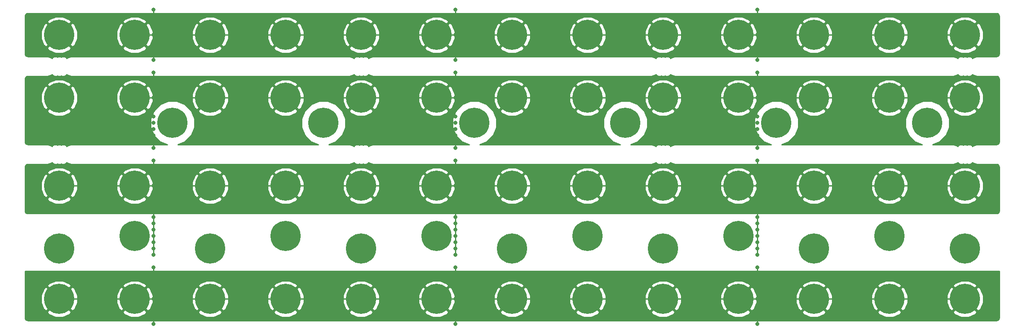
<source format=gtl>
G04 #@! TF.FileFunction,Copper,L1,Top,Signal*
%FSLAX46Y46*%
G04 Gerber Fmt 4.6, Leading zero omitted, Abs format (unit mm)*
G04 Created by KiCad (PCBNEW 4.0.1-3.201512221401+6198~38~ubuntu15.10.1-stable) date Fri Feb 19 22:01:03 2016*
%MOMM*%
G01*
G04 APERTURE LIST*
%ADD10C,0.101600*%
%ADD11C,0.800000*%
%ADD12C,6.096000*%
%ADD13C,0.250000*%
%ADD14C,0.254000*%
G04 APERTURE END LIST*
D10*
D11*
X26670000Y53340000D03*
X26670000Y54610000D03*
X26670000Y55880000D03*
X26670000Y57150000D03*
X26670000Y58420000D03*
X26670000Y59690000D03*
X26670000Y60960000D03*
X26670000Y62230000D03*
X26670000Y35560000D03*
X26670000Y36830000D03*
X26670000Y38100000D03*
X26670000Y39370000D03*
X26670000Y40640000D03*
X26670000Y41910000D03*
X26670000Y43180000D03*
X26670000Y44450000D03*
X26670000Y45720000D03*
X26670000Y46990000D03*
X26670000Y48260000D03*
X26670000Y49530000D03*
X26670000Y13970000D03*
X26670000Y15240000D03*
X26670000Y16510000D03*
X26670000Y17780000D03*
X26670000Y19050000D03*
X26670000Y20320000D03*
X26670000Y21590000D03*
X26670000Y22860000D03*
X26670000Y24130000D03*
X26670000Y25400000D03*
X26670000Y26670000D03*
X26670000Y27940000D03*
X26670000Y29210000D03*
X26670000Y30480000D03*
X26670000Y31750000D03*
X26670000Y0D03*
X26670000Y1270000D03*
X26670000Y2540000D03*
X26670000Y3810000D03*
X26670000Y5080000D03*
X26670000Y6350000D03*
X26670000Y7620000D03*
X26670000Y8890000D03*
X26670000Y10160000D03*
X87630000Y0D03*
X87630000Y1270000D03*
X87630000Y2540000D03*
X87630000Y3810000D03*
X87630000Y5080000D03*
X87630000Y6350000D03*
X87630000Y7620000D03*
X87630000Y8890000D03*
X87630000Y10160000D03*
X87630000Y13970000D03*
X87630000Y15240000D03*
X87630000Y16510000D03*
X87630000Y17780000D03*
X87630000Y19050000D03*
X87630000Y20320000D03*
X87630000Y21590000D03*
X87630000Y22860000D03*
X87630000Y24130000D03*
X87630000Y25400000D03*
X87630000Y26670000D03*
X87630000Y27940000D03*
X87630000Y29210000D03*
X87630000Y30480000D03*
X87630000Y31750000D03*
X87630000Y35560000D03*
X87630000Y36830000D03*
X87630000Y38100000D03*
X87630000Y39370000D03*
X87630000Y40640000D03*
X87630000Y41910000D03*
X87630000Y43180000D03*
X87630000Y44450000D03*
X87630000Y45720000D03*
X87630000Y46990000D03*
X87630000Y48260000D03*
X87630000Y49530000D03*
X87630000Y53340000D03*
X87630000Y54610000D03*
X87630000Y55880000D03*
X87630000Y57150000D03*
X87630000Y58420000D03*
X87630000Y59690000D03*
X87630000Y60960000D03*
X87630000Y62230000D03*
X26670000Y63500000D03*
X26670000Y50800000D03*
X26670000Y33020000D03*
X26670000Y11430000D03*
X87630000Y11430000D03*
X87630000Y33020000D03*
X87630000Y50800000D03*
X87630000Y63500000D03*
D12*
X7620000Y5080000D03*
X7620000Y15240000D03*
X7620000Y27940000D03*
X7620000Y45720000D03*
X7620000Y58420000D03*
X38100000Y15240000D03*
X68580000Y15240000D03*
X99060000Y15240000D03*
X129540000Y15240000D03*
X160020000Y15240000D03*
X190500000Y15240000D03*
X22860000Y5080000D03*
X38100000Y5080000D03*
X53340000Y5080000D03*
X68580000Y5080000D03*
X83820000Y5080000D03*
X99060000Y5080000D03*
X114300000Y5080000D03*
X129540000Y5080000D03*
X144780000Y5080000D03*
X160020000Y5080000D03*
X175260000Y5080000D03*
X190500000Y5080000D03*
X22860000Y58420000D03*
X53340000Y58420000D03*
X83820000Y58420000D03*
X114300000Y58420000D03*
X144780000Y58420000D03*
X175260000Y58420000D03*
X38100000Y58420000D03*
X68580000Y58420000D03*
X99060000Y58420000D03*
X129540000Y58420000D03*
X160020000Y58420000D03*
X190500000Y58420000D03*
X22860000Y45720000D03*
X38100000Y45720000D03*
X53340000Y45720000D03*
X68580000Y45720000D03*
X83820000Y45720000D03*
X99060000Y45720000D03*
X114300000Y45720000D03*
X129540000Y45720000D03*
X144780000Y45720000D03*
X160020000Y45720000D03*
X175260000Y45720000D03*
X190500000Y45720000D03*
X30480000Y40640000D03*
X60960000Y40640000D03*
X91440000Y40640000D03*
X121920000Y40640000D03*
X152400000Y40640000D03*
X182880000Y40640000D03*
X22860000Y27940000D03*
X38100000Y27940000D03*
X53340000Y27940000D03*
X68580000Y27940000D03*
X83820000Y27940000D03*
X99060000Y27940000D03*
X114300000Y27940000D03*
X129540000Y27940000D03*
X144780000Y27940000D03*
X160020000Y27940000D03*
X175260000Y27940000D03*
X190500000Y27940000D03*
X22860000Y17780000D03*
X53340000Y17780000D03*
X83820000Y17780000D03*
X114300000Y17780000D03*
X144780000Y17780000D03*
X175260000Y17780000D03*
D11*
X148590000Y0D03*
X148590000Y1270000D03*
X148590000Y2540000D03*
X148590000Y3810000D03*
X148590000Y5080000D03*
X148590000Y6350000D03*
X148590000Y7620000D03*
X148590000Y8890000D03*
X148590000Y10160000D03*
X148590000Y11430000D03*
X148590000Y13970000D03*
X148590000Y15240000D03*
X148590000Y16510000D03*
X148590000Y17780000D03*
X148590000Y19050000D03*
X148590000Y20320000D03*
X148590000Y21590000D03*
X148590000Y22860000D03*
X148590000Y24130000D03*
X148590000Y25400000D03*
X148590000Y26670000D03*
X148590000Y27940000D03*
X148590000Y29210000D03*
X148590000Y30480000D03*
X148590000Y31750000D03*
X148590000Y33020000D03*
X148590000Y35560000D03*
X148590000Y36830000D03*
X148590000Y38100000D03*
X148590000Y39370000D03*
X148590000Y40640000D03*
X148590000Y41910000D03*
X148590000Y43180000D03*
X148590000Y44450000D03*
X148590000Y45720000D03*
X148590000Y46990000D03*
X148590000Y48260000D03*
X148590000Y49530000D03*
X148590000Y50800000D03*
X148590000Y53340000D03*
X148590000Y63500000D03*
X148590000Y54610000D03*
X148590000Y55880000D03*
X148590000Y57150000D03*
X148590000Y58420000D03*
X148590000Y59690000D03*
X148590000Y60960000D03*
X148590000Y62230000D03*
D13*
X26670000Y53340000D02*
X26670000Y54610000D01*
X26670000Y63500000D02*
X26670000Y62230000D01*
X87630000Y63500000D02*
X87630000Y62230000D01*
X87630000Y53340000D02*
X87630000Y54610000D01*
X148590000Y63500000D02*
X148590000Y62230000D01*
X148590000Y53340000D02*
X148590000Y54610000D01*
X175260000Y58420000D02*
X190500000Y58420000D01*
X160020000Y58420000D02*
X175260000Y58420000D01*
X144780000Y58420000D02*
X160020000Y58420000D01*
X129540000Y58420000D02*
X144780000Y58420000D01*
X114300000Y58420000D02*
X129540000Y58420000D01*
X99060000Y58420000D02*
X114300000Y58420000D01*
X83820000Y58420000D02*
X99060000Y58420000D01*
X68580000Y58420000D02*
X83820000Y58420000D01*
X53340000Y58420000D02*
X68580000Y58420000D01*
X38100000Y58420000D02*
X53340000Y58420000D01*
X22860000Y58420000D02*
X38100000Y58420000D01*
X87630000Y48260000D02*
X87630000Y49530000D01*
X87630000Y46990000D02*
X87630000Y48260000D01*
X87630000Y45720000D02*
X87630000Y46990000D01*
X87630000Y44450000D02*
X87630000Y45720000D01*
X87630000Y43180000D02*
X87630000Y44450000D01*
X87630000Y38100000D02*
X87630000Y36830000D01*
X26670000Y35560000D02*
X26670000Y36830000D01*
X26670000Y50800000D02*
X26670000Y49530000D01*
X87630000Y50800000D02*
X87630000Y49530000D01*
X87630000Y35560000D02*
X87630000Y36830000D01*
X148590000Y35560000D02*
X148590000Y36830000D01*
X148590000Y50800000D02*
X148590000Y49530000D01*
X22860000Y45720000D02*
X38100000Y45720000D01*
X175260000Y45720000D02*
X190500000Y45720000D01*
X160020000Y45720000D02*
X175260000Y45720000D01*
X144780000Y45720000D02*
X160020000Y45720000D01*
X129540000Y45720000D02*
X144780000Y45720000D01*
X114300000Y45720000D02*
X129540000Y45720000D01*
X99060000Y45720000D02*
X114300000Y45720000D01*
X83820000Y45720000D02*
X99060000Y45720000D01*
X68580000Y45720000D02*
X83820000Y45720000D01*
X53340000Y45720000D02*
X68580000Y45720000D01*
X38100000Y45720000D02*
X53340000Y45720000D01*
X148590000Y16510000D02*
X148590000Y15240000D01*
X148590000Y17780000D02*
X148590000Y16510000D01*
X148590000Y19050000D02*
X148590000Y17780000D01*
X148590000Y20320000D02*
X148590000Y19050000D01*
X148590000Y21590000D02*
X148590000Y20320000D01*
X148590000Y22860000D02*
X148590000Y21590000D01*
X87630000Y16510000D02*
X87630000Y15240000D01*
X87630000Y17780000D02*
X87630000Y16510000D01*
X87630000Y19050000D02*
X87630000Y17780000D01*
X87630000Y20320000D02*
X87630000Y19050000D01*
X87630000Y21590000D02*
X87630000Y20320000D01*
X87630000Y22860000D02*
X87630000Y21590000D01*
X26670000Y21590000D02*
X26670000Y22860000D01*
X26670000Y20320000D02*
X26670000Y21590000D01*
X26670000Y19050000D02*
X26670000Y20320000D01*
X26670000Y17780000D02*
X26670000Y19050000D01*
X26670000Y16510000D02*
X26670000Y17780000D01*
X26670000Y15240000D02*
X26670000Y16510000D01*
X26670000Y13970000D02*
X26670000Y15240000D01*
X26670000Y33020000D02*
X26670000Y31750000D01*
X87630000Y33020000D02*
X87630000Y31750000D01*
X87630000Y13970000D02*
X87630000Y15240000D01*
X148590000Y13970000D02*
X148590000Y15240000D01*
X148590000Y33020000D02*
X148590000Y31750000D01*
X22860000Y27940000D02*
X7620000Y27940000D01*
X175260000Y27940000D02*
X190500000Y27940000D01*
X160020000Y27940000D02*
X175260000Y27940000D01*
X144780000Y27940000D02*
X160020000Y27940000D01*
X129540000Y27940000D02*
X144780000Y27940000D01*
X114300000Y27940000D02*
X129540000Y27940000D01*
X99060000Y27940000D02*
X114300000Y27940000D01*
X83820000Y27940000D02*
X99060000Y27940000D01*
X68580000Y27940000D02*
X83820000Y27940000D01*
X53340000Y27940000D02*
X68580000Y27940000D01*
X38100000Y27940000D02*
X53340000Y27940000D01*
X22860000Y27940000D02*
X38100000Y27940000D01*
X26670000Y0D02*
X26670000Y1270000D01*
X26670000Y11430000D02*
X26670000Y10160000D01*
X87630000Y11430000D02*
X87630000Y10160000D01*
X87630000Y0D02*
X87630000Y1270000D01*
X148590000Y0D02*
X148590000Y1270000D01*
X148590000Y11430000D02*
X148590000Y10160000D01*
X22860000Y5080000D02*
X7620000Y5080000D01*
X190500000Y5080000D02*
X175260000Y5080000D01*
X175260000Y5080000D02*
X160020000Y5080000D01*
X160020000Y5080000D02*
X144780000Y5080000D01*
X144780000Y5080000D02*
X129540000Y5080000D01*
X129540000Y5080000D02*
X114300000Y5080000D01*
X114300000Y5080000D02*
X99060000Y5080000D01*
X99060000Y5080000D02*
X83820000Y5080000D01*
X83820000Y5080000D02*
X68580000Y5080000D01*
X68580000Y5080000D02*
X53340000Y5080000D01*
X53340000Y5080000D02*
X38100000Y5080000D01*
X38100000Y5080000D02*
X22860000Y5080000D01*
D14*
G36*
X197058979Y62734522D02*
X197236145Y62616144D01*
X197354521Y62438981D01*
X197410000Y62160069D01*
X197410000Y54679931D01*
X197354521Y54401019D01*
X197236145Y54223856D01*
X197058979Y54105478D01*
X196780070Y54050000D01*
X193040000Y54050000D01*
X192971413Y54036357D01*
X192901485Y54036357D01*
X192415478Y53939685D01*
X192319671Y53900000D01*
X192159537Y53833671D01*
X191996633Y53724822D01*
X191801967Y53919829D01*
X191476810Y54054846D01*
X191124735Y54055153D01*
X190899849Y53962232D01*
X190676810Y54054846D01*
X190324735Y54055153D01*
X190099849Y53962232D01*
X189876810Y54054846D01*
X189524735Y54055153D01*
X189199343Y53920704D01*
X189003218Y53724921D01*
X188840462Y53833671D01*
X188734448Y53877583D01*
X188584522Y53939685D01*
X188098514Y54036358D01*
X188028584Y54036358D01*
X187960000Y54050000D01*
X132080000Y54050000D01*
X132011413Y54036357D01*
X131941485Y54036357D01*
X131455478Y53939685D01*
X131359671Y53900000D01*
X131199537Y53833671D01*
X131036633Y53724822D01*
X130841967Y53919829D01*
X130516810Y54054846D01*
X130164735Y54055153D01*
X129939849Y53962232D01*
X129716810Y54054846D01*
X129364735Y54055153D01*
X129139849Y53962232D01*
X128916810Y54054846D01*
X128564735Y54055153D01*
X128239343Y53920704D01*
X128043218Y53724921D01*
X127880462Y53833671D01*
X127774448Y53877583D01*
X127624522Y53939685D01*
X127138514Y54036358D01*
X127068584Y54036358D01*
X127000000Y54050000D01*
X71120000Y54050000D01*
X71051413Y54036357D01*
X70981485Y54036357D01*
X70495478Y53939685D01*
X70399671Y53900000D01*
X70239537Y53833671D01*
X70076633Y53724822D01*
X69881967Y53919829D01*
X69556810Y54054846D01*
X69204735Y54055153D01*
X68979849Y53962232D01*
X68756810Y54054846D01*
X68404735Y54055153D01*
X68179849Y53962232D01*
X67956810Y54054846D01*
X67604735Y54055153D01*
X67279343Y53920704D01*
X67083218Y53724921D01*
X66920462Y53833671D01*
X66814448Y53877583D01*
X66664522Y53939685D01*
X66178514Y54036358D01*
X66108584Y54036358D01*
X66040000Y54050000D01*
X10160000Y54050000D01*
X10091413Y54036357D01*
X10021485Y54036357D01*
X9535478Y53939685D01*
X9439671Y53900000D01*
X9279537Y53833671D01*
X9116633Y53724822D01*
X8921967Y53919829D01*
X8596810Y54054846D01*
X8244735Y54055153D01*
X8019849Y53962232D01*
X7796810Y54054846D01*
X7444735Y54055153D01*
X7219849Y53962232D01*
X6996810Y54054846D01*
X6644735Y54055153D01*
X6319343Y53920704D01*
X6123218Y53724921D01*
X5960462Y53833671D01*
X5854448Y53877583D01*
X5704522Y53939685D01*
X5218514Y54036358D01*
X5148584Y54036358D01*
X5080000Y54050000D01*
X1339931Y54050000D01*
X1061019Y54105479D01*
X883856Y54223855D01*
X765478Y54401021D01*
X710000Y54679930D01*
X710000Y55788742D01*
X5168347Y55788742D01*
X5516784Y55309106D01*
X6867370Y54741042D01*
X8332537Y54733067D01*
X9689226Y55286394D01*
X9723216Y55309106D01*
X10071653Y55788742D01*
X20408347Y55788742D01*
X20756784Y55309106D01*
X22107370Y54741042D01*
X23572537Y54733067D01*
X24929226Y55286394D01*
X24963216Y55309106D01*
X25311653Y55788742D01*
X35648347Y55788742D01*
X35996784Y55309106D01*
X37347370Y54741042D01*
X38812537Y54733067D01*
X40169226Y55286394D01*
X40203216Y55309106D01*
X40551653Y55788742D01*
X50888347Y55788742D01*
X51236784Y55309106D01*
X52587370Y54741042D01*
X54052537Y54733067D01*
X55409226Y55286394D01*
X55443216Y55309106D01*
X55791653Y55788742D01*
X66128347Y55788742D01*
X66476784Y55309106D01*
X67827370Y54741042D01*
X69292537Y54733067D01*
X70649226Y55286394D01*
X70683216Y55309106D01*
X71031653Y55788742D01*
X81368347Y55788742D01*
X81716784Y55309106D01*
X83067370Y54741042D01*
X84532537Y54733067D01*
X85889226Y55286394D01*
X85923216Y55309106D01*
X86271653Y55788742D01*
X96608347Y55788742D01*
X96956784Y55309106D01*
X98307370Y54741042D01*
X99772537Y54733067D01*
X101129226Y55286394D01*
X101163216Y55309106D01*
X101511653Y55788742D01*
X111848347Y55788742D01*
X112196784Y55309106D01*
X113547370Y54741042D01*
X115012537Y54733067D01*
X116369226Y55286394D01*
X116403216Y55309106D01*
X116751653Y55788742D01*
X127088347Y55788742D01*
X127436784Y55309106D01*
X128787370Y54741042D01*
X130252537Y54733067D01*
X131609226Y55286394D01*
X131643216Y55309106D01*
X131991653Y55788742D01*
X142328347Y55788742D01*
X142676784Y55309106D01*
X144027370Y54741042D01*
X145492537Y54733067D01*
X146849226Y55286394D01*
X146883216Y55309106D01*
X147231653Y55788742D01*
X157568347Y55788742D01*
X157916784Y55309106D01*
X159267370Y54741042D01*
X160732537Y54733067D01*
X162089226Y55286394D01*
X162123216Y55309106D01*
X162471653Y55788742D01*
X172808347Y55788742D01*
X173156784Y55309106D01*
X174507370Y54741042D01*
X175972537Y54733067D01*
X177329226Y55286394D01*
X177363216Y55309106D01*
X177711653Y55788742D01*
X188048347Y55788742D01*
X188396784Y55309106D01*
X189747370Y54741042D01*
X191212537Y54733067D01*
X192569226Y55286394D01*
X192603216Y55309106D01*
X192951653Y55788742D01*
X190500000Y58240395D01*
X188048347Y55788742D01*
X177711653Y55788742D01*
X175260000Y58240395D01*
X172808347Y55788742D01*
X162471653Y55788742D01*
X160020000Y58240395D01*
X157568347Y55788742D01*
X147231653Y55788742D01*
X144780000Y58240395D01*
X142328347Y55788742D01*
X131991653Y55788742D01*
X129540000Y58240395D01*
X127088347Y55788742D01*
X116751653Y55788742D01*
X114300000Y58240395D01*
X111848347Y55788742D01*
X101511653Y55788742D01*
X99060000Y58240395D01*
X96608347Y55788742D01*
X86271653Y55788742D01*
X83820000Y58240395D01*
X81368347Y55788742D01*
X71031653Y55788742D01*
X68580000Y58240395D01*
X66128347Y55788742D01*
X55791653Y55788742D01*
X53340000Y58240395D01*
X50888347Y55788742D01*
X40551653Y55788742D01*
X38100000Y58240395D01*
X35648347Y55788742D01*
X25311653Y55788742D01*
X22860000Y58240395D01*
X20408347Y55788742D01*
X10071653Y55788742D01*
X7620000Y58240395D01*
X5168347Y55788742D01*
X710000Y55788742D01*
X710000Y57707463D01*
X3933067Y57707463D01*
X4486394Y56350774D01*
X4509106Y56316784D01*
X4988742Y55968347D01*
X7440395Y58420000D01*
X7799605Y58420000D01*
X10251258Y55968347D01*
X10730894Y56316784D01*
X11298958Y57667370D01*
X11299176Y57707463D01*
X19173067Y57707463D01*
X19726394Y56350774D01*
X19749106Y56316784D01*
X20228742Y55968347D01*
X22680395Y58420000D01*
X23039605Y58420000D01*
X25491258Y55968347D01*
X25970894Y56316784D01*
X26538958Y57667370D01*
X26539176Y57707463D01*
X34413067Y57707463D01*
X34966394Y56350774D01*
X34989106Y56316784D01*
X35468742Y55968347D01*
X37920395Y58420000D01*
X38279605Y58420000D01*
X40731258Y55968347D01*
X41210894Y56316784D01*
X41778958Y57667370D01*
X41779176Y57707463D01*
X49653067Y57707463D01*
X50206394Y56350774D01*
X50229106Y56316784D01*
X50708742Y55968347D01*
X53160395Y58420000D01*
X53519605Y58420000D01*
X55971258Y55968347D01*
X56450894Y56316784D01*
X57018958Y57667370D01*
X57019176Y57707463D01*
X64893067Y57707463D01*
X65446394Y56350774D01*
X65469106Y56316784D01*
X65948742Y55968347D01*
X68400395Y58420000D01*
X68759605Y58420000D01*
X71211258Y55968347D01*
X71690894Y56316784D01*
X72258958Y57667370D01*
X72259176Y57707463D01*
X80133067Y57707463D01*
X80686394Y56350774D01*
X80709106Y56316784D01*
X81188742Y55968347D01*
X83640395Y58420000D01*
X83999605Y58420000D01*
X86451258Y55968347D01*
X86930894Y56316784D01*
X87498958Y57667370D01*
X87499176Y57707463D01*
X95373067Y57707463D01*
X95926394Y56350774D01*
X95949106Y56316784D01*
X96428742Y55968347D01*
X98880395Y58420000D01*
X99239605Y58420000D01*
X101691258Y55968347D01*
X102170894Y56316784D01*
X102738958Y57667370D01*
X102739176Y57707463D01*
X110613067Y57707463D01*
X111166394Y56350774D01*
X111189106Y56316784D01*
X111668742Y55968347D01*
X114120395Y58420000D01*
X114479605Y58420000D01*
X116931258Y55968347D01*
X117410894Y56316784D01*
X117978958Y57667370D01*
X117979176Y57707463D01*
X125853067Y57707463D01*
X126406394Y56350774D01*
X126429106Y56316784D01*
X126908742Y55968347D01*
X129360395Y58420000D01*
X129719605Y58420000D01*
X132171258Y55968347D01*
X132650894Y56316784D01*
X133218958Y57667370D01*
X133219176Y57707463D01*
X141093067Y57707463D01*
X141646394Y56350774D01*
X141669106Y56316784D01*
X142148742Y55968347D01*
X144600395Y58420000D01*
X144959605Y58420000D01*
X147411258Y55968347D01*
X147890894Y56316784D01*
X148458958Y57667370D01*
X148459176Y57707463D01*
X156333067Y57707463D01*
X156886394Y56350774D01*
X156909106Y56316784D01*
X157388742Y55968347D01*
X159840395Y58420000D01*
X160199605Y58420000D01*
X162651258Y55968347D01*
X163130894Y56316784D01*
X163698958Y57667370D01*
X163699176Y57707463D01*
X171573067Y57707463D01*
X172126394Y56350774D01*
X172149106Y56316784D01*
X172628742Y55968347D01*
X175080395Y58420000D01*
X175439605Y58420000D01*
X177891258Y55968347D01*
X178370894Y56316784D01*
X178938958Y57667370D01*
X178939176Y57707463D01*
X186813067Y57707463D01*
X187366394Y56350774D01*
X187389106Y56316784D01*
X187868742Y55968347D01*
X190320395Y58420000D01*
X190679605Y58420000D01*
X193131258Y55968347D01*
X193610894Y56316784D01*
X194178958Y57667370D01*
X194186933Y59132537D01*
X193633606Y60489226D01*
X193610894Y60523216D01*
X193131258Y60871653D01*
X190679605Y58420000D01*
X190320395Y58420000D01*
X187868742Y60871653D01*
X187389106Y60523216D01*
X186821042Y59172630D01*
X186813067Y57707463D01*
X178939176Y57707463D01*
X178946933Y59132537D01*
X178393606Y60489226D01*
X178370894Y60523216D01*
X177891258Y60871653D01*
X175439605Y58420000D01*
X175080395Y58420000D01*
X172628742Y60871653D01*
X172149106Y60523216D01*
X171581042Y59172630D01*
X171573067Y57707463D01*
X163699176Y57707463D01*
X163706933Y59132537D01*
X163153606Y60489226D01*
X163130894Y60523216D01*
X162651258Y60871653D01*
X160199605Y58420000D01*
X159840395Y58420000D01*
X157388742Y60871653D01*
X156909106Y60523216D01*
X156341042Y59172630D01*
X156333067Y57707463D01*
X148459176Y57707463D01*
X148466933Y59132537D01*
X147913606Y60489226D01*
X147890894Y60523216D01*
X147411258Y60871653D01*
X144959605Y58420000D01*
X144600395Y58420000D01*
X142148742Y60871653D01*
X141669106Y60523216D01*
X141101042Y59172630D01*
X141093067Y57707463D01*
X133219176Y57707463D01*
X133226933Y59132537D01*
X132673606Y60489226D01*
X132650894Y60523216D01*
X132171258Y60871653D01*
X129719605Y58420000D01*
X129360395Y58420000D01*
X126908742Y60871653D01*
X126429106Y60523216D01*
X125861042Y59172630D01*
X125853067Y57707463D01*
X117979176Y57707463D01*
X117986933Y59132537D01*
X117433606Y60489226D01*
X117410894Y60523216D01*
X116931258Y60871653D01*
X114479605Y58420000D01*
X114120395Y58420000D01*
X111668742Y60871653D01*
X111189106Y60523216D01*
X110621042Y59172630D01*
X110613067Y57707463D01*
X102739176Y57707463D01*
X102746933Y59132537D01*
X102193606Y60489226D01*
X102170894Y60523216D01*
X101691258Y60871653D01*
X99239605Y58420000D01*
X98880395Y58420000D01*
X96428742Y60871653D01*
X95949106Y60523216D01*
X95381042Y59172630D01*
X95373067Y57707463D01*
X87499176Y57707463D01*
X87506933Y59132537D01*
X86953606Y60489226D01*
X86930894Y60523216D01*
X86451258Y60871653D01*
X83999605Y58420000D01*
X83640395Y58420000D01*
X81188742Y60871653D01*
X80709106Y60523216D01*
X80141042Y59172630D01*
X80133067Y57707463D01*
X72259176Y57707463D01*
X72266933Y59132537D01*
X71713606Y60489226D01*
X71690894Y60523216D01*
X71211258Y60871653D01*
X68759605Y58420000D01*
X68400395Y58420000D01*
X65948742Y60871653D01*
X65469106Y60523216D01*
X64901042Y59172630D01*
X64893067Y57707463D01*
X57019176Y57707463D01*
X57026933Y59132537D01*
X56473606Y60489226D01*
X56450894Y60523216D01*
X55971258Y60871653D01*
X53519605Y58420000D01*
X53160395Y58420000D01*
X50708742Y60871653D01*
X50229106Y60523216D01*
X49661042Y59172630D01*
X49653067Y57707463D01*
X41779176Y57707463D01*
X41786933Y59132537D01*
X41233606Y60489226D01*
X41210894Y60523216D01*
X40731258Y60871653D01*
X38279605Y58420000D01*
X37920395Y58420000D01*
X35468742Y60871653D01*
X34989106Y60523216D01*
X34421042Y59172630D01*
X34413067Y57707463D01*
X26539176Y57707463D01*
X26546933Y59132537D01*
X25993606Y60489226D01*
X25970894Y60523216D01*
X25491258Y60871653D01*
X23039605Y58420000D01*
X22680395Y58420000D01*
X20228742Y60871653D01*
X19749106Y60523216D01*
X19181042Y59172630D01*
X19173067Y57707463D01*
X11299176Y57707463D01*
X11306933Y59132537D01*
X10753606Y60489226D01*
X10730894Y60523216D01*
X10251258Y60871653D01*
X7799605Y58420000D01*
X7440395Y58420000D01*
X4988742Y60871653D01*
X4509106Y60523216D01*
X3941042Y59172630D01*
X3933067Y57707463D01*
X710000Y57707463D01*
X710000Y61051258D01*
X5168347Y61051258D01*
X7620000Y58599605D01*
X10071653Y61051258D01*
X20408347Y61051258D01*
X22860000Y58599605D01*
X25311653Y61051258D01*
X35648347Y61051258D01*
X38100000Y58599605D01*
X40551653Y61051258D01*
X50888347Y61051258D01*
X53340000Y58599605D01*
X55791653Y61051258D01*
X66128347Y61051258D01*
X68580000Y58599605D01*
X71031653Y61051258D01*
X81368347Y61051258D01*
X83820000Y58599605D01*
X86271653Y61051258D01*
X96608347Y61051258D01*
X99060000Y58599605D01*
X101511653Y61051258D01*
X111848347Y61051258D01*
X114300000Y58599605D01*
X116751653Y61051258D01*
X127088347Y61051258D01*
X129540000Y58599605D01*
X131991653Y61051258D01*
X142328347Y61051258D01*
X144780000Y58599605D01*
X147231653Y61051258D01*
X157568347Y61051258D01*
X160020000Y58599605D01*
X162471653Y61051258D01*
X172808347Y61051258D01*
X175260000Y58599605D01*
X177711653Y61051258D01*
X188048347Y61051258D01*
X190500000Y58599605D01*
X192951653Y61051258D01*
X192603216Y61530894D01*
X191252630Y62098958D01*
X189787463Y62106933D01*
X188430774Y61553606D01*
X188396784Y61530894D01*
X188048347Y61051258D01*
X177711653Y61051258D01*
X177363216Y61530894D01*
X176012630Y62098958D01*
X174547463Y62106933D01*
X173190774Y61553606D01*
X173156784Y61530894D01*
X172808347Y61051258D01*
X162471653Y61051258D01*
X162123216Y61530894D01*
X160772630Y62098958D01*
X159307463Y62106933D01*
X157950774Y61553606D01*
X157916784Y61530894D01*
X157568347Y61051258D01*
X147231653Y61051258D01*
X146883216Y61530894D01*
X145532630Y62098958D01*
X144067463Y62106933D01*
X142710774Y61553606D01*
X142676784Y61530894D01*
X142328347Y61051258D01*
X131991653Y61051258D01*
X131643216Y61530894D01*
X130292630Y62098958D01*
X128827463Y62106933D01*
X127470774Y61553606D01*
X127436784Y61530894D01*
X127088347Y61051258D01*
X116751653Y61051258D01*
X116403216Y61530894D01*
X115052630Y62098958D01*
X113587463Y62106933D01*
X112230774Y61553606D01*
X112196784Y61530894D01*
X111848347Y61051258D01*
X101511653Y61051258D01*
X101163216Y61530894D01*
X99812630Y62098958D01*
X98347463Y62106933D01*
X96990774Y61553606D01*
X96956784Y61530894D01*
X96608347Y61051258D01*
X86271653Y61051258D01*
X85923216Y61530894D01*
X84572630Y62098958D01*
X83107463Y62106933D01*
X81750774Y61553606D01*
X81716784Y61530894D01*
X81368347Y61051258D01*
X71031653Y61051258D01*
X70683216Y61530894D01*
X69332630Y62098958D01*
X67867463Y62106933D01*
X66510774Y61553606D01*
X66476784Y61530894D01*
X66128347Y61051258D01*
X55791653Y61051258D01*
X55443216Y61530894D01*
X54092630Y62098958D01*
X52627463Y62106933D01*
X51270774Y61553606D01*
X51236784Y61530894D01*
X50888347Y61051258D01*
X40551653Y61051258D01*
X40203216Y61530894D01*
X38852630Y62098958D01*
X37387463Y62106933D01*
X36030774Y61553606D01*
X35996784Y61530894D01*
X35648347Y61051258D01*
X25311653Y61051258D01*
X24963216Y61530894D01*
X23612630Y62098958D01*
X22147463Y62106933D01*
X20790774Y61553606D01*
X20756784Y61530894D01*
X20408347Y61051258D01*
X10071653Y61051258D01*
X9723216Y61530894D01*
X8372630Y62098958D01*
X6907463Y62106933D01*
X5550774Y61553606D01*
X5516784Y61530894D01*
X5168347Y61051258D01*
X710000Y61051258D01*
X710000Y62160070D01*
X765478Y62438979D01*
X883856Y62616145D01*
X1061019Y62734521D01*
X1339931Y62790000D01*
X196780070Y62790000D01*
X197058979Y62734522D01*
X197058979Y62734522D01*
G37*
X197058979Y62734522D02*
X197236145Y62616144D01*
X197354521Y62438981D01*
X197410000Y62160069D01*
X197410000Y54679931D01*
X197354521Y54401019D01*
X197236145Y54223856D01*
X197058979Y54105478D01*
X196780070Y54050000D01*
X193040000Y54050000D01*
X192971413Y54036357D01*
X192901485Y54036357D01*
X192415478Y53939685D01*
X192319671Y53900000D01*
X192159537Y53833671D01*
X191996633Y53724822D01*
X191801967Y53919829D01*
X191476810Y54054846D01*
X191124735Y54055153D01*
X190899849Y53962232D01*
X190676810Y54054846D01*
X190324735Y54055153D01*
X190099849Y53962232D01*
X189876810Y54054846D01*
X189524735Y54055153D01*
X189199343Y53920704D01*
X189003218Y53724921D01*
X188840462Y53833671D01*
X188734448Y53877583D01*
X188584522Y53939685D01*
X188098514Y54036358D01*
X188028584Y54036358D01*
X187960000Y54050000D01*
X132080000Y54050000D01*
X132011413Y54036357D01*
X131941485Y54036357D01*
X131455478Y53939685D01*
X131359671Y53900000D01*
X131199537Y53833671D01*
X131036633Y53724822D01*
X130841967Y53919829D01*
X130516810Y54054846D01*
X130164735Y54055153D01*
X129939849Y53962232D01*
X129716810Y54054846D01*
X129364735Y54055153D01*
X129139849Y53962232D01*
X128916810Y54054846D01*
X128564735Y54055153D01*
X128239343Y53920704D01*
X128043218Y53724921D01*
X127880462Y53833671D01*
X127774448Y53877583D01*
X127624522Y53939685D01*
X127138514Y54036358D01*
X127068584Y54036358D01*
X127000000Y54050000D01*
X71120000Y54050000D01*
X71051413Y54036357D01*
X70981485Y54036357D01*
X70495478Y53939685D01*
X70399671Y53900000D01*
X70239537Y53833671D01*
X70076633Y53724822D01*
X69881967Y53919829D01*
X69556810Y54054846D01*
X69204735Y54055153D01*
X68979849Y53962232D01*
X68756810Y54054846D01*
X68404735Y54055153D01*
X68179849Y53962232D01*
X67956810Y54054846D01*
X67604735Y54055153D01*
X67279343Y53920704D01*
X67083218Y53724921D01*
X66920462Y53833671D01*
X66814448Y53877583D01*
X66664522Y53939685D01*
X66178514Y54036358D01*
X66108584Y54036358D01*
X66040000Y54050000D01*
X10160000Y54050000D01*
X10091413Y54036357D01*
X10021485Y54036357D01*
X9535478Y53939685D01*
X9439671Y53900000D01*
X9279537Y53833671D01*
X9116633Y53724822D01*
X8921967Y53919829D01*
X8596810Y54054846D01*
X8244735Y54055153D01*
X8019849Y53962232D01*
X7796810Y54054846D01*
X7444735Y54055153D01*
X7219849Y53962232D01*
X6996810Y54054846D01*
X6644735Y54055153D01*
X6319343Y53920704D01*
X6123218Y53724921D01*
X5960462Y53833671D01*
X5854448Y53877583D01*
X5704522Y53939685D01*
X5218514Y54036358D01*
X5148584Y54036358D01*
X5080000Y54050000D01*
X1339931Y54050000D01*
X1061019Y54105479D01*
X883856Y54223855D01*
X765478Y54401021D01*
X710000Y54679930D01*
X710000Y55788742D01*
X5168347Y55788742D01*
X5516784Y55309106D01*
X6867370Y54741042D01*
X8332537Y54733067D01*
X9689226Y55286394D01*
X9723216Y55309106D01*
X10071653Y55788742D01*
X20408347Y55788742D01*
X20756784Y55309106D01*
X22107370Y54741042D01*
X23572537Y54733067D01*
X24929226Y55286394D01*
X24963216Y55309106D01*
X25311653Y55788742D01*
X35648347Y55788742D01*
X35996784Y55309106D01*
X37347370Y54741042D01*
X38812537Y54733067D01*
X40169226Y55286394D01*
X40203216Y55309106D01*
X40551653Y55788742D01*
X50888347Y55788742D01*
X51236784Y55309106D01*
X52587370Y54741042D01*
X54052537Y54733067D01*
X55409226Y55286394D01*
X55443216Y55309106D01*
X55791653Y55788742D01*
X66128347Y55788742D01*
X66476784Y55309106D01*
X67827370Y54741042D01*
X69292537Y54733067D01*
X70649226Y55286394D01*
X70683216Y55309106D01*
X71031653Y55788742D01*
X81368347Y55788742D01*
X81716784Y55309106D01*
X83067370Y54741042D01*
X84532537Y54733067D01*
X85889226Y55286394D01*
X85923216Y55309106D01*
X86271653Y55788742D01*
X96608347Y55788742D01*
X96956784Y55309106D01*
X98307370Y54741042D01*
X99772537Y54733067D01*
X101129226Y55286394D01*
X101163216Y55309106D01*
X101511653Y55788742D01*
X111848347Y55788742D01*
X112196784Y55309106D01*
X113547370Y54741042D01*
X115012537Y54733067D01*
X116369226Y55286394D01*
X116403216Y55309106D01*
X116751653Y55788742D01*
X127088347Y55788742D01*
X127436784Y55309106D01*
X128787370Y54741042D01*
X130252537Y54733067D01*
X131609226Y55286394D01*
X131643216Y55309106D01*
X131991653Y55788742D01*
X142328347Y55788742D01*
X142676784Y55309106D01*
X144027370Y54741042D01*
X145492537Y54733067D01*
X146849226Y55286394D01*
X146883216Y55309106D01*
X147231653Y55788742D01*
X157568347Y55788742D01*
X157916784Y55309106D01*
X159267370Y54741042D01*
X160732537Y54733067D01*
X162089226Y55286394D01*
X162123216Y55309106D01*
X162471653Y55788742D01*
X172808347Y55788742D01*
X173156784Y55309106D01*
X174507370Y54741042D01*
X175972537Y54733067D01*
X177329226Y55286394D01*
X177363216Y55309106D01*
X177711653Y55788742D01*
X188048347Y55788742D01*
X188396784Y55309106D01*
X189747370Y54741042D01*
X191212537Y54733067D01*
X192569226Y55286394D01*
X192603216Y55309106D01*
X192951653Y55788742D01*
X190500000Y58240395D01*
X188048347Y55788742D01*
X177711653Y55788742D01*
X175260000Y58240395D01*
X172808347Y55788742D01*
X162471653Y55788742D01*
X160020000Y58240395D01*
X157568347Y55788742D01*
X147231653Y55788742D01*
X144780000Y58240395D01*
X142328347Y55788742D01*
X131991653Y55788742D01*
X129540000Y58240395D01*
X127088347Y55788742D01*
X116751653Y55788742D01*
X114300000Y58240395D01*
X111848347Y55788742D01*
X101511653Y55788742D01*
X99060000Y58240395D01*
X96608347Y55788742D01*
X86271653Y55788742D01*
X83820000Y58240395D01*
X81368347Y55788742D01*
X71031653Y55788742D01*
X68580000Y58240395D01*
X66128347Y55788742D01*
X55791653Y55788742D01*
X53340000Y58240395D01*
X50888347Y55788742D01*
X40551653Y55788742D01*
X38100000Y58240395D01*
X35648347Y55788742D01*
X25311653Y55788742D01*
X22860000Y58240395D01*
X20408347Y55788742D01*
X10071653Y55788742D01*
X7620000Y58240395D01*
X5168347Y55788742D01*
X710000Y55788742D01*
X710000Y57707463D01*
X3933067Y57707463D01*
X4486394Y56350774D01*
X4509106Y56316784D01*
X4988742Y55968347D01*
X7440395Y58420000D01*
X7799605Y58420000D01*
X10251258Y55968347D01*
X10730894Y56316784D01*
X11298958Y57667370D01*
X11299176Y57707463D01*
X19173067Y57707463D01*
X19726394Y56350774D01*
X19749106Y56316784D01*
X20228742Y55968347D01*
X22680395Y58420000D01*
X23039605Y58420000D01*
X25491258Y55968347D01*
X25970894Y56316784D01*
X26538958Y57667370D01*
X26539176Y57707463D01*
X34413067Y57707463D01*
X34966394Y56350774D01*
X34989106Y56316784D01*
X35468742Y55968347D01*
X37920395Y58420000D01*
X38279605Y58420000D01*
X40731258Y55968347D01*
X41210894Y56316784D01*
X41778958Y57667370D01*
X41779176Y57707463D01*
X49653067Y57707463D01*
X50206394Y56350774D01*
X50229106Y56316784D01*
X50708742Y55968347D01*
X53160395Y58420000D01*
X53519605Y58420000D01*
X55971258Y55968347D01*
X56450894Y56316784D01*
X57018958Y57667370D01*
X57019176Y57707463D01*
X64893067Y57707463D01*
X65446394Y56350774D01*
X65469106Y56316784D01*
X65948742Y55968347D01*
X68400395Y58420000D01*
X68759605Y58420000D01*
X71211258Y55968347D01*
X71690894Y56316784D01*
X72258958Y57667370D01*
X72259176Y57707463D01*
X80133067Y57707463D01*
X80686394Y56350774D01*
X80709106Y56316784D01*
X81188742Y55968347D01*
X83640395Y58420000D01*
X83999605Y58420000D01*
X86451258Y55968347D01*
X86930894Y56316784D01*
X87498958Y57667370D01*
X87499176Y57707463D01*
X95373067Y57707463D01*
X95926394Y56350774D01*
X95949106Y56316784D01*
X96428742Y55968347D01*
X98880395Y58420000D01*
X99239605Y58420000D01*
X101691258Y55968347D01*
X102170894Y56316784D01*
X102738958Y57667370D01*
X102739176Y57707463D01*
X110613067Y57707463D01*
X111166394Y56350774D01*
X111189106Y56316784D01*
X111668742Y55968347D01*
X114120395Y58420000D01*
X114479605Y58420000D01*
X116931258Y55968347D01*
X117410894Y56316784D01*
X117978958Y57667370D01*
X117979176Y57707463D01*
X125853067Y57707463D01*
X126406394Y56350774D01*
X126429106Y56316784D01*
X126908742Y55968347D01*
X129360395Y58420000D01*
X129719605Y58420000D01*
X132171258Y55968347D01*
X132650894Y56316784D01*
X133218958Y57667370D01*
X133219176Y57707463D01*
X141093067Y57707463D01*
X141646394Y56350774D01*
X141669106Y56316784D01*
X142148742Y55968347D01*
X144600395Y58420000D01*
X144959605Y58420000D01*
X147411258Y55968347D01*
X147890894Y56316784D01*
X148458958Y57667370D01*
X148459176Y57707463D01*
X156333067Y57707463D01*
X156886394Y56350774D01*
X156909106Y56316784D01*
X157388742Y55968347D01*
X159840395Y58420000D01*
X160199605Y58420000D01*
X162651258Y55968347D01*
X163130894Y56316784D01*
X163698958Y57667370D01*
X163699176Y57707463D01*
X171573067Y57707463D01*
X172126394Y56350774D01*
X172149106Y56316784D01*
X172628742Y55968347D01*
X175080395Y58420000D01*
X175439605Y58420000D01*
X177891258Y55968347D01*
X178370894Y56316784D01*
X178938958Y57667370D01*
X178939176Y57707463D01*
X186813067Y57707463D01*
X187366394Y56350774D01*
X187389106Y56316784D01*
X187868742Y55968347D01*
X190320395Y58420000D01*
X190679605Y58420000D01*
X193131258Y55968347D01*
X193610894Y56316784D01*
X194178958Y57667370D01*
X194186933Y59132537D01*
X193633606Y60489226D01*
X193610894Y60523216D01*
X193131258Y60871653D01*
X190679605Y58420000D01*
X190320395Y58420000D01*
X187868742Y60871653D01*
X187389106Y60523216D01*
X186821042Y59172630D01*
X186813067Y57707463D01*
X178939176Y57707463D01*
X178946933Y59132537D01*
X178393606Y60489226D01*
X178370894Y60523216D01*
X177891258Y60871653D01*
X175439605Y58420000D01*
X175080395Y58420000D01*
X172628742Y60871653D01*
X172149106Y60523216D01*
X171581042Y59172630D01*
X171573067Y57707463D01*
X163699176Y57707463D01*
X163706933Y59132537D01*
X163153606Y60489226D01*
X163130894Y60523216D01*
X162651258Y60871653D01*
X160199605Y58420000D01*
X159840395Y58420000D01*
X157388742Y60871653D01*
X156909106Y60523216D01*
X156341042Y59172630D01*
X156333067Y57707463D01*
X148459176Y57707463D01*
X148466933Y59132537D01*
X147913606Y60489226D01*
X147890894Y60523216D01*
X147411258Y60871653D01*
X144959605Y58420000D01*
X144600395Y58420000D01*
X142148742Y60871653D01*
X141669106Y60523216D01*
X141101042Y59172630D01*
X141093067Y57707463D01*
X133219176Y57707463D01*
X133226933Y59132537D01*
X132673606Y60489226D01*
X132650894Y60523216D01*
X132171258Y60871653D01*
X129719605Y58420000D01*
X129360395Y58420000D01*
X126908742Y60871653D01*
X126429106Y60523216D01*
X125861042Y59172630D01*
X125853067Y57707463D01*
X117979176Y57707463D01*
X117986933Y59132537D01*
X117433606Y60489226D01*
X117410894Y60523216D01*
X116931258Y60871653D01*
X114479605Y58420000D01*
X114120395Y58420000D01*
X111668742Y60871653D01*
X111189106Y60523216D01*
X110621042Y59172630D01*
X110613067Y57707463D01*
X102739176Y57707463D01*
X102746933Y59132537D01*
X102193606Y60489226D01*
X102170894Y60523216D01*
X101691258Y60871653D01*
X99239605Y58420000D01*
X98880395Y58420000D01*
X96428742Y60871653D01*
X95949106Y60523216D01*
X95381042Y59172630D01*
X95373067Y57707463D01*
X87499176Y57707463D01*
X87506933Y59132537D01*
X86953606Y60489226D01*
X86930894Y60523216D01*
X86451258Y60871653D01*
X83999605Y58420000D01*
X83640395Y58420000D01*
X81188742Y60871653D01*
X80709106Y60523216D01*
X80141042Y59172630D01*
X80133067Y57707463D01*
X72259176Y57707463D01*
X72266933Y59132537D01*
X71713606Y60489226D01*
X71690894Y60523216D01*
X71211258Y60871653D01*
X68759605Y58420000D01*
X68400395Y58420000D01*
X65948742Y60871653D01*
X65469106Y60523216D01*
X64901042Y59172630D01*
X64893067Y57707463D01*
X57019176Y57707463D01*
X57026933Y59132537D01*
X56473606Y60489226D01*
X56450894Y60523216D01*
X55971258Y60871653D01*
X53519605Y58420000D01*
X53160395Y58420000D01*
X50708742Y60871653D01*
X50229106Y60523216D01*
X49661042Y59172630D01*
X49653067Y57707463D01*
X41779176Y57707463D01*
X41786933Y59132537D01*
X41233606Y60489226D01*
X41210894Y60523216D01*
X40731258Y60871653D01*
X38279605Y58420000D01*
X37920395Y58420000D01*
X35468742Y60871653D01*
X34989106Y60523216D01*
X34421042Y59172630D01*
X34413067Y57707463D01*
X26539176Y57707463D01*
X26546933Y59132537D01*
X25993606Y60489226D01*
X25970894Y60523216D01*
X25491258Y60871653D01*
X23039605Y58420000D01*
X22680395Y58420000D01*
X20228742Y60871653D01*
X19749106Y60523216D01*
X19181042Y59172630D01*
X19173067Y57707463D01*
X11299176Y57707463D01*
X11306933Y59132537D01*
X10753606Y60489226D01*
X10730894Y60523216D01*
X10251258Y60871653D01*
X7799605Y58420000D01*
X7440395Y58420000D01*
X4988742Y60871653D01*
X4509106Y60523216D01*
X3941042Y59172630D01*
X3933067Y57707463D01*
X710000Y57707463D01*
X710000Y61051258D01*
X5168347Y61051258D01*
X7620000Y58599605D01*
X10071653Y61051258D01*
X20408347Y61051258D01*
X22860000Y58599605D01*
X25311653Y61051258D01*
X35648347Y61051258D01*
X38100000Y58599605D01*
X40551653Y61051258D01*
X50888347Y61051258D01*
X53340000Y58599605D01*
X55791653Y61051258D01*
X66128347Y61051258D01*
X68580000Y58599605D01*
X71031653Y61051258D01*
X81368347Y61051258D01*
X83820000Y58599605D01*
X86271653Y61051258D01*
X96608347Y61051258D01*
X99060000Y58599605D01*
X101511653Y61051258D01*
X111848347Y61051258D01*
X114300000Y58599605D01*
X116751653Y61051258D01*
X127088347Y61051258D01*
X129540000Y58599605D01*
X131991653Y61051258D01*
X142328347Y61051258D01*
X144780000Y58599605D01*
X147231653Y61051258D01*
X157568347Y61051258D01*
X160020000Y58599605D01*
X162471653Y61051258D01*
X172808347Y61051258D01*
X175260000Y58599605D01*
X177711653Y61051258D01*
X188048347Y61051258D01*
X190500000Y58599605D01*
X192951653Y61051258D01*
X192603216Y61530894D01*
X191252630Y62098958D01*
X189787463Y62106933D01*
X188430774Y61553606D01*
X188396784Y61530894D01*
X188048347Y61051258D01*
X177711653Y61051258D01*
X177363216Y61530894D01*
X176012630Y62098958D01*
X174547463Y62106933D01*
X173190774Y61553606D01*
X173156784Y61530894D01*
X172808347Y61051258D01*
X162471653Y61051258D01*
X162123216Y61530894D01*
X160772630Y62098958D01*
X159307463Y62106933D01*
X157950774Y61553606D01*
X157916784Y61530894D01*
X157568347Y61051258D01*
X147231653Y61051258D01*
X146883216Y61530894D01*
X145532630Y62098958D01*
X144067463Y62106933D01*
X142710774Y61553606D01*
X142676784Y61530894D01*
X142328347Y61051258D01*
X131991653Y61051258D01*
X131643216Y61530894D01*
X130292630Y62098958D01*
X128827463Y62106933D01*
X127470774Y61553606D01*
X127436784Y61530894D01*
X127088347Y61051258D01*
X116751653Y61051258D01*
X116403216Y61530894D01*
X115052630Y62098958D01*
X113587463Y62106933D01*
X112230774Y61553606D01*
X112196784Y61530894D01*
X111848347Y61051258D01*
X101511653Y61051258D01*
X101163216Y61530894D01*
X99812630Y62098958D01*
X98347463Y62106933D01*
X96990774Y61553606D01*
X96956784Y61530894D01*
X96608347Y61051258D01*
X86271653Y61051258D01*
X85923216Y61530894D01*
X84572630Y62098958D01*
X83107463Y62106933D01*
X81750774Y61553606D01*
X81716784Y61530894D01*
X81368347Y61051258D01*
X71031653Y61051258D01*
X70683216Y61530894D01*
X69332630Y62098958D01*
X67867463Y62106933D01*
X66510774Y61553606D01*
X66476784Y61530894D01*
X66128347Y61051258D01*
X55791653Y61051258D01*
X55443216Y61530894D01*
X54092630Y62098958D01*
X52627463Y62106933D01*
X51270774Y61553606D01*
X51236784Y61530894D01*
X50888347Y61051258D01*
X40551653Y61051258D01*
X40203216Y61530894D01*
X38852630Y62098958D01*
X37387463Y62106933D01*
X36030774Y61553606D01*
X35996784Y61530894D01*
X35648347Y61051258D01*
X25311653Y61051258D01*
X24963216Y61530894D01*
X23612630Y62098958D01*
X22147463Y62106933D01*
X20790774Y61553606D01*
X20756784Y61530894D01*
X20408347Y61051258D01*
X10071653Y61051258D01*
X9723216Y61530894D01*
X8372630Y62098958D01*
X6907463Y62106933D01*
X5550774Y61553606D01*
X5516784Y61530894D01*
X5168347Y61051258D01*
X710000Y61051258D01*
X710000Y62160070D01*
X765478Y62438979D01*
X883856Y62616145D01*
X1061019Y62734521D01*
X1339931Y62790000D01*
X196780070Y62790000D01*
X197058979Y62734522D01*
G36*
X189198033Y50220171D02*
X189523190Y50085154D01*
X189875265Y50084847D01*
X190100151Y50177768D01*
X190323190Y50085154D01*
X190675265Y50084847D01*
X190900151Y50177768D01*
X191123190Y50085154D01*
X191475265Y50084847D01*
X191800657Y50219296D01*
X191996782Y50415079D01*
X192159537Y50306329D01*
X192287508Y50253322D01*
X192415478Y50200315D01*
X192901485Y50103643D01*
X192971413Y50103643D01*
X193040000Y50090000D01*
X196780070Y50090000D01*
X197058979Y50034522D01*
X197236145Y49916144D01*
X197354521Y49738981D01*
X197410000Y49460069D01*
X197410000Y36899931D01*
X197354521Y36621019D01*
X197236145Y36443856D01*
X197058979Y36325478D01*
X196780070Y36270000D01*
X193040000Y36270000D01*
X192971413Y36256357D01*
X192901485Y36256357D01*
X192415478Y36159685D01*
X192319671Y36120000D01*
X192159537Y36053671D01*
X191996633Y35944822D01*
X191801967Y36139829D01*
X191476810Y36274846D01*
X191124735Y36275153D01*
X190899849Y36182232D01*
X190676810Y36274846D01*
X190324735Y36275153D01*
X190099849Y36182232D01*
X189876810Y36274846D01*
X189524735Y36275153D01*
X189199343Y36140704D01*
X189003218Y35944921D01*
X188840462Y36053671D01*
X188734448Y36097583D01*
X188584522Y36159685D01*
X188098514Y36256358D01*
X188028584Y36256358D01*
X187960000Y36270000D01*
X183943663Y36270000D01*
X185394601Y36869515D01*
X186646091Y38118822D01*
X187324227Y39751956D01*
X187325770Y41520286D01*
X186677698Y43088742D01*
X188048347Y43088742D01*
X188396784Y42609106D01*
X189747370Y42041042D01*
X191212537Y42033067D01*
X192569226Y42586394D01*
X192603216Y42609106D01*
X192951653Y43088742D01*
X190500000Y45540395D01*
X188048347Y43088742D01*
X186677698Y43088742D01*
X186650485Y43154601D01*
X185401178Y44406091D01*
X183952913Y45007463D01*
X186813067Y45007463D01*
X187366394Y43650774D01*
X187389106Y43616784D01*
X187868742Y43268347D01*
X190320395Y45720000D01*
X190679605Y45720000D01*
X193131258Y43268347D01*
X193610894Y43616784D01*
X194178958Y44967370D01*
X194186933Y46432537D01*
X193633606Y47789226D01*
X193610894Y47823216D01*
X193131258Y48171653D01*
X190679605Y45720000D01*
X190320395Y45720000D01*
X187868742Y48171653D01*
X187389106Y47823216D01*
X186821042Y46472630D01*
X186813067Y45007463D01*
X183952913Y45007463D01*
X183768044Y45084227D01*
X181999714Y45085770D01*
X180365399Y44410485D01*
X179113909Y43161178D01*
X178435773Y41528044D01*
X178434230Y39759714D01*
X179109515Y38125399D01*
X180358822Y36873909D01*
X181813197Y36270000D01*
X153463663Y36270000D01*
X154914601Y36869515D01*
X156166091Y38118822D01*
X156844227Y39751956D01*
X156845770Y41520286D01*
X156197698Y43088742D01*
X157568347Y43088742D01*
X157916784Y42609106D01*
X159267370Y42041042D01*
X160732537Y42033067D01*
X162089226Y42586394D01*
X162123216Y42609106D01*
X162471653Y43088742D01*
X172808347Y43088742D01*
X173156784Y42609106D01*
X174507370Y42041042D01*
X175972537Y42033067D01*
X177329226Y42586394D01*
X177363216Y42609106D01*
X177711653Y43088742D01*
X175260000Y45540395D01*
X172808347Y43088742D01*
X162471653Y43088742D01*
X160020000Y45540395D01*
X157568347Y43088742D01*
X156197698Y43088742D01*
X156170485Y43154601D01*
X154921178Y44406091D01*
X153472913Y45007463D01*
X156333067Y45007463D01*
X156886394Y43650774D01*
X156909106Y43616784D01*
X157388742Y43268347D01*
X159840395Y45720000D01*
X160199605Y45720000D01*
X162651258Y43268347D01*
X163130894Y43616784D01*
X163698958Y44967370D01*
X163699176Y45007463D01*
X171573067Y45007463D01*
X172126394Y43650774D01*
X172149106Y43616784D01*
X172628742Y43268347D01*
X175080395Y45720000D01*
X175439605Y45720000D01*
X177891258Y43268347D01*
X178370894Y43616784D01*
X178938958Y44967370D01*
X178946933Y46432537D01*
X178393606Y47789226D01*
X178370894Y47823216D01*
X177891258Y48171653D01*
X175439605Y45720000D01*
X175080395Y45720000D01*
X172628742Y48171653D01*
X172149106Y47823216D01*
X171581042Y46472630D01*
X171573067Y45007463D01*
X163699176Y45007463D01*
X163706933Y46432537D01*
X163153606Y47789226D01*
X163130894Y47823216D01*
X162651258Y48171653D01*
X160199605Y45720000D01*
X159840395Y45720000D01*
X157388742Y48171653D01*
X156909106Y47823216D01*
X156341042Y46472630D01*
X156333067Y45007463D01*
X153472913Y45007463D01*
X153288044Y45084227D01*
X151519714Y45085770D01*
X149885399Y44410485D01*
X148633909Y43161178D01*
X147955773Y41528044D01*
X147954230Y39759714D01*
X148629515Y38125399D01*
X149878822Y36873909D01*
X151333197Y36270000D01*
X132080000Y36270000D01*
X132011413Y36256357D01*
X131941485Y36256357D01*
X131455478Y36159685D01*
X131359671Y36120000D01*
X131199537Y36053671D01*
X131036633Y35944822D01*
X130841967Y36139829D01*
X130516810Y36274846D01*
X130164735Y36275153D01*
X129939849Y36182232D01*
X129716810Y36274846D01*
X129364735Y36275153D01*
X129139849Y36182232D01*
X128916810Y36274846D01*
X128564735Y36275153D01*
X128239343Y36140704D01*
X128043218Y35944921D01*
X127880462Y36053671D01*
X127774448Y36097583D01*
X127624522Y36159685D01*
X127138514Y36256358D01*
X127068584Y36256358D01*
X127000000Y36270000D01*
X122983663Y36270000D01*
X124434601Y36869515D01*
X125686091Y38118822D01*
X126364227Y39751956D01*
X126365770Y41520286D01*
X125717698Y43088742D01*
X127088347Y43088742D01*
X127436784Y42609106D01*
X128787370Y42041042D01*
X130252537Y42033067D01*
X131609226Y42586394D01*
X131643216Y42609106D01*
X131991653Y43088742D01*
X142328347Y43088742D01*
X142676784Y42609106D01*
X144027370Y42041042D01*
X145492537Y42033067D01*
X146849226Y42586394D01*
X146883216Y42609106D01*
X147231653Y43088742D01*
X144780000Y45540395D01*
X142328347Y43088742D01*
X131991653Y43088742D01*
X129540000Y45540395D01*
X127088347Y43088742D01*
X125717698Y43088742D01*
X125690485Y43154601D01*
X124441178Y44406091D01*
X122992913Y45007463D01*
X125853067Y45007463D01*
X126406394Y43650774D01*
X126429106Y43616784D01*
X126908742Y43268347D01*
X129360395Y45720000D01*
X129719605Y45720000D01*
X132171258Y43268347D01*
X132650894Y43616784D01*
X133218958Y44967370D01*
X133219176Y45007463D01*
X141093067Y45007463D01*
X141646394Y43650774D01*
X141669106Y43616784D01*
X142148742Y43268347D01*
X144600395Y45720000D01*
X144959605Y45720000D01*
X147411258Y43268347D01*
X147890894Y43616784D01*
X148458958Y44967370D01*
X148466933Y46432537D01*
X147913606Y47789226D01*
X147890894Y47823216D01*
X147411258Y48171653D01*
X144959605Y45720000D01*
X144600395Y45720000D01*
X142148742Y48171653D01*
X141669106Y47823216D01*
X141101042Y46472630D01*
X141093067Y45007463D01*
X133219176Y45007463D01*
X133226933Y46432537D01*
X132673606Y47789226D01*
X132650894Y47823216D01*
X132171258Y48171653D01*
X129719605Y45720000D01*
X129360395Y45720000D01*
X126908742Y48171653D01*
X126429106Y47823216D01*
X125861042Y46472630D01*
X125853067Y45007463D01*
X122992913Y45007463D01*
X122808044Y45084227D01*
X121039714Y45085770D01*
X119405399Y44410485D01*
X118153909Y43161178D01*
X117475773Y41528044D01*
X117474230Y39759714D01*
X118149515Y38125399D01*
X119398822Y36873909D01*
X120853197Y36270000D01*
X92503663Y36270000D01*
X93954601Y36869515D01*
X95206091Y38118822D01*
X95884227Y39751956D01*
X95885770Y41520286D01*
X95237698Y43088742D01*
X96608347Y43088742D01*
X96956784Y42609106D01*
X98307370Y42041042D01*
X99772537Y42033067D01*
X101129226Y42586394D01*
X101163216Y42609106D01*
X101511653Y43088742D01*
X111848347Y43088742D01*
X112196784Y42609106D01*
X113547370Y42041042D01*
X115012537Y42033067D01*
X116369226Y42586394D01*
X116403216Y42609106D01*
X116751653Y43088742D01*
X114300000Y45540395D01*
X111848347Y43088742D01*
X101511653Y43088742D01*
X99060000Y45540395D01*
X96608347Y43088742D01*
X95237698Y43088742D01*
X95210485Y43154601D01*
X93961178Y44406091D01*
X92512913Y45007463D01*
X95373067Y45007463D01*
X95926394Y43650774D01*
X95949106Y43616784D01*
X96428742Y43268347D01*
X98880395Y45720000D01*
X99239605Y45720000D01*
X101691258Y43268347D01*
X102170894Y43616784D01*
X102738958Y44967370D01*
X102739176Y45007463D01*
X110613067Y45007463D01*
X111166394Y43650774D01*
X111189106Y43616784D01*
X111668742Y43268347D01*
X114120395Y45720000D01*
X114479605Y45720000D01*
X116931258Y43268347D01*
X117410894Y43616784D01*
X117978958Y44967370D01*
X117986933Y46432537D01*
X117433606Y47789226D01*
X117410894Y47823216D01*
X116931258Y48171653D01*
X114479605Y45720000D01*
X114120395Y45720000D01*
X111668742Y48171653D01*
X111189106Y47823216D01*
X110621042Y46472630D01*
X110613067Y45007463D01*
X102739176Y45007463D01*
X102746933Y46432537D01*
X102193606Y47789226D01*
X102170894Y47823216D01*
X101691258Y48171653D01*
X99239605Y45720000D01*
X98880395Y45720000D01*
X96428742Y48171653D01*
X95949106Y47823216D01*
X95381042Y46472630D01*
X95373067Y45007463D01*
X92512913Y45007463D01*
X92328044Y45084227D01*
X90559714Y45085770D01*
X88925399Y44410485D01*
X87673909Y43161178D01*
X86995773Y41528044D01*
X86994230Y39759714D01*
X87669515Y38125399D01*
X88918822Y36873909D01*
X90373197Y36270000D01*
X71120000Y36270000D01*
X71051413Y36256357D01*
X70981485Y36256357D01*
X70495478Y36159685D01*
X70399671Y36120000D01*
X70239537Y36053671D01*
X70076633Y35944822D01*
X69881967Y36139829D01*
X69556810Y36274846D01*
X69204735Y36275153D01*
X68979849Y36182232D01*
X68756810Y36274846D01*
X68404735Y36275153D01*
X68179849Y36182232D01*
X67956810Y36274846D01*
X67604735Y36275153D01*
X67279343Y36140704D01*
X67083218Y35944921D01*
X66920462Y36053671D01*
X66814448Y36097583D01*
X66664522Y36159685D01*
X66178514Y36256358D01*
X66108584Y36256358D01*
X66040000Y36270000D01*
X62023663Y36270000D01*
X63474601Y36869515D01*
X64726091Y38118822D01*
X65404227Y39751956D01*
X65405770Y41520286D01*
X64757698Y43088742D01*
X66128347Y43088742D01*
X66476784Y42609106D01*
X67827370Y42041042D01*
X69292537Y42033067D01*
X70649226Y42586394D01*
X70683216Y42609106D01*
X71031653Y43088742D01*
X81368347Y43088742D01*
X81716784Y42609106D01*
X83067370Y42041042D01*
X84532537Y42033067D01*
X85889226Y42586394D01*
X85923216Y42609106D01*
X86271653Y43088742D01*
X83820000Y45540395D01*
X81368347Y43088742D01*
X71031653Y43088742D01*
X68580000Y45540395D01*
X66128347Y43088742D01*
X64757698Y43088742D01*
X64730485Y43154601D01*
X63481178Y44406091D01*
X62032913Y45007463D01*
X64893067Y45007463D01*
X65446394Y43650774D01*
X65469106Y43616784D01*
X65948742Y43268347D01*
X68400395Y45720000D01*
X68759605Y45720000D01*
X71211258Y43268347D01*
X71690894Y43616784D01*
X72258958Y44967370D01*
X72259176Y45007463D01*
X80133067Y45007463D01*
X80686394Y43650774D01*
X80709106Y43616784D01*
X81188742Y43268347D01*
X83640395Y45720000D01*
X83999605Y45720000D01*
X86451258Y43268347D01*
X86930894Y43616784D01*
X87498958Y44967370D01*
X87506933Y46432537D01*
X86953606Y47789226D01*
X86930894Y47823216D01*
X86451258Y48171653D01*
X83999605Y45720000D01*
X83640395Y45720000D01*
X81188742Y48171653D01*
X80709106Y47823216D01*
X80141042Y46472630D01*
X80133067Y45007463D01*
X72259176Y45007463D01*
X72266933Y46432537D01*
X71713606Y47789226D01*
X71690894Y47823216D01*
X71211258Y48171653D01*
X68759605Y45720000D01*
X68400395Y45720000D01*
X65948742Y48171653D01*
X65469106Y47823216D01*
X64901042Y46472630D01*
X64893067Y45007463D01*
X62032913Y45007463D01*
X61848044Y45084227D01*
X60079714Y45085770D01*
X58445399Y44410485D01*
X57193909Y43161178D01*
X56515773Y41528044D01*
X56514230Y39759714D01*
X57189515Y38125399D01*
X58438822Y36873909D01*
X59893197Y36270000D01*
X31543663Y36270000D01*
X32994601Y36869515D01*
X34246091Y38118822D01*
X34924227Y39751956D01*
X34925770Y41520286D01*
X34277698Y43088742D01*
X35648347Y43088742D01*
X35996784Y42609106D01*
X37347370Y42041042D01*
X38812537Y42033067D01*
X40169226Y42586394D01*
X40203216Y42609106D01*
X40551653Y43088742D01*
X50888347Y43088742D01*
X51236784Y42609106D01*
X52587370Y42041042D01*
X54052537Y42033067D01*
X55409226Y42586394D01*
X55443216Y42609106D01*
X55791653Y43088742D01*
X53340000Y45540395D01*
X50888347Y43088742D01*
X40551653Y43088742D01*
X38100000Y45540395D01*
X35648347Y43088742D01*
X34277698Y43088742D01*
X34250485Y43154601D01*
X33001178Y44406091D01*
X31552913Y45007463D01*
X34413067Y45007463D01*
X34966394Y43650774D01*
X34989106Y43616784D01*
X35468742Y43268347D01*
X37920395Y45720000D01*
X38279605Y45720000D01*
X40731258Y43268347D01*
X41210894Y43616784D01*
X41778958Y44967370D01*
X41779176Y45007463D01*
X49653067Y45007463D01*
X50206394Y43650774D01*
X50229106Y43616784D01*
X50708742Y43268347D01*
X53160395Y45720000D01*
X53519605Y45720000D01*
X55971258Y43268347D01*
X56450894Y43616784D01*
X57018958Y44967370D01*
X57026933Y46432537D01*
X56473606Y47789226D01*
X56450894Y47823216D01*
X55971258Y48171653D01*
X53519605Y45720000D01*
X53160395Y45720000D01*
X50708742Y48171653D01*
X50229106Y47823216D01*
X49661042Y46472630D01*
X49653067Y45007463D01*
X41779176Y45007463D01*
X41786933Y46432537D01*
X41233606Y47789226D01*
X41210894Y47823216D01*
X40731258Y48171653D01*
X38279605Y45720000D01*
X37920395Y45720000D01*
X35468742Y48171653D01*
X34989106Y47823216D01*
X34421042Y46472630D01*
X34413067Y45007463D01*
X31552913Y45007463D01*
X31368044Y45084227D01*
X29599714Y45085770D01*
X27965399Y44410485D01*
X26713909Y43161178D01*
X26035773Y41528044D01*
X26034230Y39759714D01*
X26709515Y38125399D01*
X27958822Y36873909D01*
X29413197Y36270000D01*
X10160000Y36270000D01*
X10091413Y36256357D01*
X10021485Y36256357D01*
X9535478Y36159685D01*
X9439671Y36120000D01*
X9279537Y36053671D01*
X9116633Y35944822D01*
X8921967Y36139829D01*
X8596810Y36274846D01*
X8244735Y36275153D01*
X8019849Y36182232D01*
X7796810Y36274846D01*
X7444735Y36275153D01*
X7219849Y36182232D01*
X6996810Y36274846D01*
X6644735Y36275153D01*
X6319343Y36140704D01*
X6123218Y35944921D01*
X5960462Y36053671D01*
X5854448Y36097583D01*
X5704522Y36159685D01*
X5218514Y36256358D01*
X5148584Y36256358D01*
X5080000Y36270000D01*
X1339931Y36270000D01*
X1061019Y36325479D01*
X883856Y36443855D01*
X765478Y36621021D01*
X710000Y36899930D01*
X710000Y43088742D01*
X5168347Y43088742D01*
X5516784Y42609106D01*
X6867370Y42041042D01*
X8332537Y42033067D01*
X9689226Y42586394D01*
X9723216Y42609106D01*
X10071653Y43088742D01*
X20408347Y43088742D01*
X20756784Y42609106D01*
X22107370Y42041042D01*
X23572537Y42033067D01*
X24929226Y42586394D01*
X24963216Y42609106D01*
X25311653Y43088742D01*
X22860000Y45540395D01*
X20408347Y43088742D01*
X10071653Y43088742D01*
X7620000Y45540395D01*
X5168347Y43088742D01*
X710000Y43088742D01*
X710000Y45007463D01*
X3933067Y45007463D01*
X4486394Y43650774D01*
X4509106Y43616784D01*
X4988742Y43268347D01*
X7440395Y45720000D01*
X7799605Y45720000D01*
X10251258Y43268347D01*
X10730894Y43616784D01*
X11298958Y44967370D01*
X11299176Y45007463D01*
X19173067Y45007463D01*
X19726394Y43650774D01*
X19749106Y43616784D01*
X20228742Y43268347D01*
X22680395Y45720000D01*
X23039605Y45720000D01*
X25491258Y43268347D01*
X25970894Y43616784D01*
X26538958Y44967370D01*
X26546933Y46432537D01*
X25993606Y47789226D01*
X25970894Y47823216D01*
X25491258Y48171653D01*
X23039605Y45720000D01*
X22680395Y45720000D01*
X20228742Y48171653D01*
X19749106Y47823216D01*
X19181042Y46472630D01*
X19173067Y45007463D01*
X11299176Y45007463D01*
X11306933Y46432537D01*
X10753606Y47789226D01*
X10730894Y47823216D01*
X10251258Y48171653D01*
X7799605Y45720000D01*
X7440395Y45720000D01*
X4988742Y48171653D01*
X4509106Y47823216D01*
X3941042Y46472630D01*
X3933067Y45007463D01*
X710000Y45007463D01*
X710000Y48351258D01*
X5168347Y48351258D01*
X7620000Y45899605D01*
X10071653Y48351258D01*
X20408347Y48351258D01*
X22860000Y45899605D01*
X25311653Y48351258D01*
X35648347Y48351258D01*
X38100000Y45899605D01*
X40551653Y48351258D01*
X50888347Y48351258D01*
X53340000Y45899605D01*
X55791653Y48351258D01*
X66128347Y48351258D01*
X68580000Y45899605D01*
X71031653Y48351258D01*
X81368347Y48351258D01*
X83820000Y45899605D01*
X86271653Y48351258D01*
X96608347Y48351258D01*
X99060000Y45899605D01*
X101511653Y48351258D01*
X111848347Y48351258D01*
X114300000Y45899605D01*
X116751653Y48351258D01*
X127088347Y48351258D01*
X129540000Y45899605D01*
X131991653Y48351258D01*
X142328347Y48351258D01*
X144780000Y45899605D01*
X147231653Y48351258D01*
X157568347Y48351258D01*
X160020000Y45899605D01*
X162471653Y48351258D01*
X172808347Y48351258D01*
X175260000Y45899605D01*
X177711653Y48351258D01*
X188048347Y48351258D01*
X190500000Y45899605D01*
X192951653Y48351258D01*
X192603216Y48830894D01*
X191252630Y49398958D01*
X189787463Y49406933D01*
X188430774Y48853606D01*
X188396784Y48830894D01*
X188048347Y48351258D01*
X177711653Y48351258D01*
X177363216Y48830894D01*
X176012630Y49398958D01*
X174547463Y49406933D01*
X173190774Y48853606D01*
X173156784Y48830894D01*
X172808347Y48351258D01*
X162471653Y48351258D01*
X162123216Y48830894D01*
X160772630Y49398958D01*
X159307463Y49406933D01*
X157950774Y48853606D01*
X157916784Y48830894D01*
X157568347Y48351258D01*
X147231653Y48351258D01*
X146883216Y48830894D01*
X145532630Y49398958D01*
X144067463Y49406933D01*
X142710774Y48853606D01*
X142676784Y48830894D01*
X142328347Y48351258D01*
X131991653Y48351258D01*
X131643216Y48830894D01*
X130292630Y49398958D01*
X128827463Y49406933D01*
X127470774Y48853606D01*
X127436784Y48830894D01*
X127088347Y48351258D01*
X116751653Y48351258D01*
X116403216Y48830894D01*
X115052630Y49398958D01*
X113587463Y49406933D01*
X112230774Y48853606D01*
X112196784Y48830894D01*
X111848347Y48351258D01*
X101511653Y48351258D01*
X101163216Y48830894D01*
X99812630Y49398958D01*
X98347463Y49406933D01*
X96990774Y48853606D01*
X96956784Y48830894D01*
X96608347Y48351258D01*
X86271653Y48351258D01*
X85923216Y48830894D01*
X84572630Y49398958D01*
X83107463Y49406933D01*
X81750774Y48853606D01*
X81716784Y48830894D01*
X81368347Y48351258D01*
X71031653Y48351258D01*
X70683216Y48830894D01*
X69332630Y49398958D01*
X67867463Y49406933D01*
X66510774Y48853606D01*
X66476784Y48830894D01*
X66128347Y48351258D01*
X55791653Y48351258D01*
X55443216Y48830894D01*
X54092630Y49398958D01*
X52627463Y49406933D01*
X51270774Y48853606D01*
X51236784Y48830894D01*
X50888347Y48351258D01*
X40551653Y48351258D01*
X40203216Y48830894D01*
X38852630Y49398958D01*
X37387463Y49406933D01*
X36030774Y48853606D01*
X35996784Y48830894D01*
X35648347Y48351258D01*
X25311653Y48351258D01*
X24963216Y48830894D01*
X23612630Y49398958D01*
X22147463Y49406933D01*
X20790774Y48853606D01*
X20756784Y48830894D01*
X20408347Y48351258D01*
X10071653Y48351258D01*
X9723216Y48830894D01*
X8372630Y49398958D01*
X6907463Y49406933D01*
X5550774Y48853606D01*
X5516784Y48830894D01*
X5168347Y48351258D01*
X710000Y48351258D01*
X710000Y49460070D01*
X765478Y49738979D01*
X883856Y49916145D01*
X1061019Y50034521D01*
X1339931Y50090000D01*
X5080000Y50090000D01*
X5148584Y50103642D01*
X5218514Y50103642D01*
X5704522Y50200315D01*
X5854448Y50262417D01*
X5960462Y50306329D01*
X6123366Y50415178D01*
X6318033Y50220171D01*
X6643190Y50085154D01*
X6995265Y50084847D01*
X7220151Y50177768D01*
X7443190Y50085154D01*
X7795265Y50084847D01*
X8020151Y50177768D01*
X8243190Y50085154D01*
X8595265Y50084847D01*
X8920657Y50219296D01*
X9116782Y50415079D01*
X9279537Y50306329D01*
X9407508Y50253322D01*
X9535478Y50200315D01*
X10021485Y50103643D01*
X10091413Y50103643D01*
X10160000Y50090000D01*
X66040000Y50090000D01*
X66108584Y50103642D01*
X66178514Y50103642D01*
X66664522Y50200315D01*
X66814448Y50262417D01*
X66920462Y50306329D01*
X67083366Y50415178D01*
X67278033Y50220171D01*
X67603190Y50085154D01*
X67955265Y50084847D01*
X68180151Y50177768D01*
X68403190Y50085154D01*
X68755265Y50084847D01*
X68980151Y50177768D01*
X69203190Y50085154D01*
X69555265Y50084847D01*
X69880657Y50219296D01*
X70076782Y50415079D01*
X70239537Y50306329D01*
X70367508Y50253322D01*
X70495478Y50200315D01*
X70981485Y50103643D01*
X71051413Y50103643D01*
X71120000Y50090000D01*
X127000000Y50090000D01*
X127068584Y50103642D01*
X127138514Y50103642D01*
X127624522Y50200315D01*
X127774448Y50262417D01*
X127880462Y50306329D01*
X128043366Y50415178D01*
X128238033Y50220171D01*
X128563190Y50085154D01*
X128915265Y50084847D01*
X129140151Y50177768D01*
X129363190Y50085154D01*
X129715265Y50084847D01*
X129940151Y50177768D01*
X130163190Y50085154D01*
X130515265Y50084847D01*
X130840657Y50219296D01*
X131036782Y50415079D01*
X131199537Y50306329D01*
X131327508Y50253322D01*
X131455478Y50200315D01*
X131941485Y50103643D01*
X132011413Y50103643D01*
X132080000Y50090000D01*
X187960000Y50090000D01*
X188028584Y50103642D01*
X188098514Y50103642D01*
X188584522Y50200315D01*
X188734448Y50262417D01*
X188840462Y50306329D01*
X189003366Y50415178D01*
X189198033Y50220171D01*
X189198033Y50220171D01*
G37*
X189198033Y50220171D02*
X189523190Y50085154D01*
X189875265Y50084847D01*
X190100151Y50177768D01*
X190323190Y50085154D01*
X190675265Y50084847D01*
X190900151Y50177768D01*
X191123190Y50085154D01*
X191475265Y50084847D01*
X191800657Y50219296D01*
X191996782Y50415079D01*
X192159537Y50306329D01*
X192287508Y50253322D01*
X192415478Y50200315D01*
X192901485Y50103643D01*
X192971413Y50103643D01*
X193040000Y50090000D01*
X196780070Y50090000D01*
X197058979Y50034522D01*
X197236145Y49916144D01*
X197354521Y49738981D01*
X197410000Y49460069D01*
X197410000Y36899931D01*
X197354521Y36621019D01*
X197236145Y36443856D01*
X197058979Y36325478D01*
X196780070Y36270000D01*
X193040000Y36270000D01*
X192971413Y36256357D01*
X192901485Y36256357D01*
X192415478Y36159685D01*
X192319671Y36120000D01*
X192159537Y36053671D01*
X191996633Y35944822D01*
X191801967Y36139829D01*
X191476810Y36274846D01*
X191124735Y36275153D01*
X190899849Y36182232D01*
X190676810Y36274846D01*
X190324735Y36275153D01*
X190099849Y36182232D01*
X189876810Y36274846D01*
X189524735Y36275153D01*
X189199343Y36140704D01*
X189003218Y35944921D01*
X188840462Y36053671D01*
X188734448Y36097583D01*
X188584522Y36159685D01*
X188098514Y36256358D01*
X188028584Y36256358D01*
X187960000Y36270000D01*
X183943663Y36270000D01*
X185394601Y36869515D01*
X186646091Y38118822D01*
X187324227Y39751956D01*
X187325770Y41520286D01*
X186677698Y43088742D01*
X188048347Y43088742D01*
X188396784Y42609106D01*
X189747370Y42041042D01*
X191212537Y42033067D01*
X192569226Y42586394D01*
X192603216Y42609106D01*
X192951653Y43088742D01*
X190500000Y45540395D01*
X188048347Y43088742D01*
X186677698Y43088742D01*
X186650485Y43154601D01*
X185401178Y44406091D01*
X183952913Y45007463D01*
X186813067Y45007463D01*
X187366394Y43650774D01*
X187389106Y43616784D01*
X187868742Y43268347D01*
X190320395Y45720000D01*
X190679605Y45720000D01*
X193131258Y43268347D01*
X193610894Y43616784D01*
X194178958Y44967370D01*
X194186933Y46432537D01*
X193633606Y47789226D01*
X193610894Y47823216D01*
X193131258Y48171653D01*
X190679605Y45720000D01*
X190320395Y45720000D01*
X187868742Y48171653D01*
X187389106Y47823216D01*
X186821042Y46472630D01*
X186813067Y45007463D01*
X183952913Y45007463D01*
X183768044Y45084227D01*
X181999714Y45085770D01*
X180365399Y44410485D01*
X179113909Y43161178D01*
X178435773Y41528044D01*
X178434230Y39759714D01*
X179109515Y38125399D01*
X180358822Y36873909D01*
X181813197Y36270000D01*
X153463663Y36270000D01*
X154914601Y36869515D01*
X156166091Y38118822D01*
X156844227Y39751956D01*
X156845770Y41520286D01*
X156197698Y43088742D01*
X157568347Y43088742D01*
X157916784Y42609106D01*
X159267370Y42041042D01*
X160732537Y42033067D01*
X162089226Y42586394D01*
X162123216Y42609106D01*
X162471653Y43088742D01*
X172808347Y43088742D01*
X173156784Y42609106D01*
X174507370Y42041042D01*
X175972537Y42033067D01*
X177329226Y42586394D01*
X177363216Y42609106D01*
X177711653Y43088742D01*
X175260000Y45540395D01*
X172808347Y43088742D01*
X162471653Y43088742D01*
X160020000Y45540395D01*
X157568347Y43088742D01*
X156197698Y43088742D01*
X156170485Y43154601D01*
X154921178Y44406091D01*
X153472913Y45007463D01*
X156333067Y45007463D01*
X156886394Y43650774D01*
X156909106Y43616784D01*
X157388742Y43268347D01*
X159840395Y45720000D01*
X160199605Y45720000D01*
X162651258Y43268347D01*
X163130894Y43616784D01*
X163698958Y44967370D01*
X163699176Y45007463D01*
X171573067Y45007463D01*
X172126394Y43650774D01*
X172149106Y43616784D01*
X172628742Y43268347D01*
X175080395Y45720000D01*
X175439605Y45720000D01*
X177891258Y43268347D01*
X178370894Y43616784D01*
X178938958Y44967370D01*
X178946933Y46432537D01*
X178393606Y47789226D01*
X178370894Y47823216D01*
X177891258Y48171653D01*
X175439605Y45720000D01*
X175080395Y45720000D01*
X172628742Y48171653D01*
X172149106Y47823216D01*
X171581042Y46472630D01*
X171573067Y45007463D01*
X163699176Y45007463D01*
X163706933Y46432537D01*
X163153606Y47789226D01*
X163130894Y47823216D01*
X162651258Y48171653D01*
X160199605Y45720000D01*
X159840395Y45720000D01*
X157388742Y48171653D01*
X156909106Y47823216D01*
X156341042Y46472630D01*
X156333067Y45007463D01*
X153472913Y45007463D01*
X153288044Y45084227D01*
X151519714Y45085770D01*
X149885399Y44410485D01*
X148633909Y43161178D01*
X147955773Y41528044D01*
X147954230Y39759714D01*
X148629515Y38125399D01*
X149878822Y36873909D01*
X151333197Y36270000D01*
X132080000Y36270000D01*
X132011413Y36256357D01*
X131941485Y36256357D01*
X131455478Y36159685D01*
X131359671Y36120000D01*
X131199537Y36053671D01*
X131036633Y35944822D01*
X130841967Y36139829D01*
X130516810Y36274846D01*
X130164735Y36275153D01*
X129939849Y36182232D01*
X129716810Y36274846D01*
X129364735Y36275153D01*
X129139849Y36182232D01*
X128916810Y36274846D01*
X128564735Y36275153D01*
X128239343Y36140704D01*
X128043218Y35944921D01*
X127880462Y36053671D01*
X127774448Y36097583D01*
X127624522Y36159685D01*
X127138514Y36256358D01*
X127068584Y36256358D01*
X127000000Y36270000D01*
X122983663Y36270000D01*
X124434601Y36869515D01*
X125686091Y38118822D01*
X126364227Y39751956D01*
X126365770Y41520286D01*
X125717698Y43088742D01*
X127088347Y43088742D01*
X127436784Y42609106D01*
X128787370Y42041042D01*
X130252537Y42033067D01*
X131609226Y42586394D01*
X131643216Y42609106D01*
X131991653Y43088742D01*
X142328347Y43088742D01*
X142676784Y42609106D01*
X144027370Y42041042D01*
X145492537Y42033067D01*
X146849226Y42586394D01*
X146883216Y42609106D01*
X147231653Y43088742D01*
X144780000Y45540395D01*
X142328347Y43088742D01*
X131991653Y43088742D01*
X129540000Y45540395D01*
X127088347Y43088742D01*
X125717698Y43088742D01*
X125690485Y43154601D01*
X124441178Y44406091D01*
X122992913Y45007463D01*
X125853067Y45007463D01*
X126406394Y43650774D01*
X126429106Y43616784D01*
X126908742Y43268347D01*
X129360395Y45720000D01*
X129719605Y45720000D01*
X132171258Y43268347D01*
X132650894Y43616784D01*
X133218958Y44967370D01*
X133219176Y45007463D01*
X141093067Y45007463D01*
X141646394Y43650774D01*
X141669106Y43616784D01*
X142148742Y43268347D01*
X144600395Y45720000D01*
X144959605Y45720000D01*
X147411258Y43268347D01*
X147890894Y43616784D01*
X148458958Y44967370D01*
X148466933Y46432537D01*
X147913606Y47789226D01*
X147890894Y47823216D01*
X147411258Y48171653D01*
X144959605Y45720000D01*
X144600395Y45720000D01*
X142148742Y48171653D01*
X141669106Y47823216D01*
X141101042Y46472630D01*
X141093067Y45007463D01*
X133219176Y45007463D01*
X133226933Y46432537D01*
X132673606Y47789226D01*
X132650894Y47823216D01*
X132171258Y48171653D01*
X129719605Y45720000D01*
X129360395Y45720000D01*
X126908742Y48171653D01*
X126429106Y47823216D01*
X125861042Y46472630D01*
X125853067Y45007463D01*
X122992913Y45007463D01*
X122808044Y45084227D01*
X121039714Y45085770D01*
X119405399Y44410485D01*
X118153909Y43161178D01*
X117475773Y41528044D01*
X117474230Y39759714D01*
X118149515Y38125399D01*
X119398822Y36873909D01*
X120853197Y36270000D01*
X92503663Y36270000D01*
X93954601Y36869515D01*
X95206091Y38118822D01*
X95884227Y39751956D01*
X95885770Y41520286D01*
X95237698Y43088742D01*
X96608347Y43088742D01*
X96956784Y42609106D01*
X98307370Y42041042D01*
X99772537Y42033067D01*
X101129226Y42586394D01*
X101163216Y42609106D01*
X101511653Y43088742D01*
X111848347Y43088742D01*
X112196784Y42609106D01*
X113547370Y42041042D01*
X115012537Y42033067D01*
X116369226Y42586394D01*
X116403216Y42609106D01*
X116751653Y43088742D01*
X114300000Y45540395D01*
X111848347Y43088742D01*
X101511653Y43088742D01*
X99060000Y45540395D01*
X96608347Y43088742D01*
X95237698Y43088742D01*
X95210485Y43154601D01*
X93961178Y44406091D01*
X92512913Y45007463D01*
X95373067Y45007463D01*
X95926394Y43650774D01*
X95949106Y43616784D01*
X96428742Y43268347D01*
X98880395Y45720000D01*
X99239605Y45720000D01*
X101691258Y43268347D01*
X102170894Y43616784D01*
X102738958Y44967370D01*
X102739176Y45007463D01*
X110613067Y45007463D01*
X111166394Y43650774D01*
X111189106Y43616784D01*
X111668742Y43268347D01*
X114120395Y45720000D01*
X114479605Y45720000D01*
X116931258Y43268347D01*
X117410894Y43616784D01*
X117978958Y44967370D01*
X117986933Y46432537D01*
X117433606Y47789226D01*
X117410894Y47823216D01*
X116931258Y48171653D01*
X114479605Y45720000D01*
X114120395Y45720000D01*
X111668742Y48171653D01*
X111189106Y47823216D01*
X110621042Y46472630D01*
X110613067Y45007463D01*
X102739176Y45007463D01*
X102746933Y46432537D01*
X102193606Y47789226D01*
X102170894Y47823216D01*
X101691258Y48171653D01*
X99239605Y45720000D01*
X98880395Y45720000D01*
X96428742Y48171653D01*
X95949106Y47823216D01*
X95381042Y46472630D01*
X95373067Y45007463D01*
X92512913Y45007463D01*
X92328044Y45084227D01*
X90559714Y45085770D01*
X88925399Y44410485D01*
X87673909Y43161178D01*
X86995773Y41528044D01*
X86994230Y39759714D01*
X87669515Y38125399D01*
X88918822Y36873909D01*
X90373197Y36270000D01*
X71120000Y36270000D01*
X71051413Y36256357D01*
X70981485Y36256357D01*
X70495478Y36159685D01*
X70399671Y36120000D01*
X70239537Y36053671D01*
X70076633Y35944822D01*
X69881967Y36139829D01*
X69556810Y36274846D01*
X69204735Y36275153D01*
X68979849Y36182232D01*
X68756810Y36274846D01*
X68404735Y36275153D01*
X68179849Y36182232D01*
X67956810Y36274846D01*
X67604735Y36275153D01*
X67279343Y36140704D01*
X67083218Y35944921D01*
X66920462Y36053671D01*
X66814448Y36097583D01*
X66664522Y36159685D01*
X66178514Y36256358D01*
X66108584Y36256358D01*
X66040000Y36270000D01*
X62023663Y36270000D01*
X63474601Y36869515D01*
X64726091Y38118822D01*
X65404227Y39751956D01*
X65405770Y41520286D01*
X64757698Y43088742D01*
X66128347Y43088742D01*
X66476784Y42609106D01*
X67827370Y42041042D01*
X69292537Y42033067D01*
X70649226Y42586394D01*
X70683216Y42609106D01*
X71031653Y43088742D01*
X81368347Y43088742D01*
X81716784Y42609106D01*
X83067370Y42041042D01*
X84532537Y42033067D01*
X85889226Y42586394D01*
X85923216Y42609106D01*
X86271653Y43088742D01*
X83820000Y45540395D01*
X81368347Y43088742D01*
X71031653Y43088742D01*
X68580000Y45540395D01*
X66128347Y43088742D01*
X64757698Y43088742D01*
X64730485Y43154601D01*
X63481178Y44406091D01*
X62032913Y45007463D01*
X64893067Y45007463D01*
X65446394Y43650774D01*
X65469106Y43616784D01*
X65948742Y43268347D01*
X68400395Y45720000D01*
X68759605Y45720000D01*
X71211258Y43268347D01*
X71690894Y43616784D01*
X72258958Y44967370D01*
X72259176Y45007463D01*
X80133067Y45007463D01*
X80686394Y43650774D01*
X80709106Y43616784D01*
X81188742Y43268347D01*
X83640395Y45720000D01*
X83999605Y45720000D01*
X86451258Y43268347D01*
X86930894Y43616784D01*
X87498958Y44967370D01*
X87506933Y46432537D01*
X86953606Y47789226D01*
X86930894Y47823216D01*
X86451258Y48171653D01*
X83999605Y45720000D01*
X83640395Y45720000D01*
X81188742Y48171653D01*
X80709106Y47823216D01*
X80141042Y46472630D01*
X80133067Y45007463D01*
X72259176Y45007463D01*
X72266933Y46432537D01*
X71713606Y47789226D01*
X71690894Y47823216D01*
X71211258Y48171653D01*
X68759605Y45720000D01*
X68400395Y45720000D01*
X65948742Y48171653D01*
X65469106Y47823216D01*
X64901042Y46472630D01*
X64893067Y45007463D01*
X62032913Y45007463D01*
X61848044Y45084227D01*
X60079714Y45085770D01*
X58445399Y44410485D01*
X57193909Y43161178D01*
X56515773Y41528044D01*
X56514230Y39759714D01*
X57189515Y38125399D01*
X58438822Y36873909D01*
X59893197Y36270000D01*
X31543663Y36270000D01*
X32994601Y36869515D01*
X34246091Y38118822D01*
X34924227Y39751956D01*
X34925770Y41520286D01*
X34277698Y43088742D01*
X35648347Y43088742D01*
X35996784Y42609106D01*
X37347370Y42041042D01*
X38812537Y42033067D01*
X40169226Y42586394D01*
X40203216Y42609106D01*
X40551653Y43088742D01*
X50888347Y43088742D01*
X51236784Y42609106D01*
X52587370Y42041042D01*
X54052537Y42033067D01*
X55409226Y42586394D01*
X55443216Y42609106D01*
X55791653Y43088742D01*
X53340000Y45540395D01*
X50888347Y43088742D01*
X40551653Y43088742D01*
X38100000Y45540395D01*
X35648347Y43088742D01*
X34277698Y43088742D01*
X34250485Y43154601D01*
X33001178Y44406091D01*
X31552913Y45007463D01*
X34413067Y45007463D01*
X34966394Y43650774D01*
X34989106Y43616784D01*
X35468742Y43268347D01*
X37920395Y45720000D01*
X38279605Y45720000D01*
X40731258Y43268347D01*
X41210894Y43616784D01*
X41778958Y44967370D01*
X41779176Y45007463D01*
X49653067Y45007463D01*
X50206394Y43650774D01*
X50229106Y43616784D01*
X50708742Y43268347D01*
X53160395Y45720000D01*
X53519605Y45720000D01*
X55971258Y43268347D01*
X56450894Y43616784D01*
X57018958Y44967370D01*
X57026933Y46432537D01*
X56473606Y47789226D01*
X56450894Y47823216D01*
X55971258Y48171653D01*
X53519605Y45720000D01*
X53160395Y45720000D01*
X50708742Y48171653D01*
X50229106Y47823216D01*
X49661042Y46472630D01*
X49653067Y45007463D01*
X41779176Y45007463D01*
X41786933Y46432537D01*
X41233606Y47789226D01*
X41210894Y47823216D01*
X40731258Y48171653D01*
X38279605Y45720000D01*
X37920395Y45720000D01*
X35468742Y48171653D01*
X34989106Y47823216D01*
X34421042Y46472630D01*
X34413067Y45007463D01*
X31552913Y45007463D01*
X31368044Y45084227D01*
X29599714Y45085770D01*
X27965399Y44410485D01*
X26713909Y43161178D01*
X26035773Y41528044D01*
X26034230Y39759714D01*
X26709515Y38125399D01*
X27958822Y36873909D01*
X29413197Y36270000D01*
X10160000Y36270000D01*
X10091413Y36256357D01*
X10021485Y36256357D01*
X9535478Y36159685D01*
X9439671Y36120000D01*
X9279537Y36053671D01*
X9116633Y35944822D01*
X8921967Y36139829D01*
X8596810Y36274846D01*
X8244735Y36275153D01*
X8019849Y36182232D01*
X7796810Y36274846D01*
X7444735Y36275153D01*
X7219849Y36182232D01*
X6996810Y36274846D01*
X6644735Y36275153D01*
X6319343Y36140704D01*
X6123218Y35944921D01*
X5960462Y36053671D01*
X5854448Y36097583D01*
X5704522Y36159685D01*
X5218514Y36256358D01*
X5148584Y36256358D01*
X5080000Y36270000D01*
X1339931Y36270000D01*
X1061019Y36325479D01*
X883856Y36443855D01*
X765478Y36621021D01*
X710000Y36899930D01*
X710000Y43088742D01*
X5168347Y43088742D01*
X5516784Y42609106D01*
X6867370Y42041042D01*
X8332537Y42033067D01*
X9689226Y42586394D01*
X9723216Y42609106D01*
X10071653Y43088742D01*
X20408347Y43088742D01*
X20756784Y42609106D01*
X22107370Y42041042D01*
X23572537Y42033067D01*
X24929226Y42586394D01*
X24963216Y42609106D01*
X25311653Y43088742D01*
X22860000Y45540395D01*
X20408347Y43088742D01*
X10071653Y43088742D01*
X7620000Y45540395D01*
X5168347Y43088742D01*
X710000Y43088742D01*
X710000Y45007463D01*
X3933067Y45007463D01*
X4486394Y43650774D01*
X4509106Y43616784D01*
X4988742Y43268347D01*
X7440395Y45720000D01*
X7799605Y45720000D01*
X10251258Y43268347D01*
X10730894Y43616784D01*
X11298958Y44967370D01*
X11299176Y45007463D01*
X19173067Y45007463D01*
X19726394Y43650774D01*
X19749106Y43616784D01*
X20228742Y43268347D01*
X22680395Y45720000D01*
X23039605Y45720000D01*
X25491258Y43268347D01*
X25970894Y43616784D01*
X26538958Y44967370D01*
X26546933Y46432537D01*
X25993606Y47789226D01*
X25970894Y47823216D01*
X25491258Y48171653D01*
X23039605Y45720000D01*
X22680395Y45720000D01*
X20228742Y48171653D01*
X19749106Y47823216D01*
X19181042Y46472630D01*
X19173067Y45007463D01*
X11299176Y45007463D01*
X11306933Y46432537D01*
X10753606Y47789226D01*
X10730894Y47823216D01*
X10251258Y48171653D01*
X7799605Y45720000D01*
X7440395Y45720000D01*
X4988742Y48171653D01*
X4509106Y47823216D01*
X3941042Y46472630D01*
X3933067Y45007463D01*
X710000Y45007463D01*
X710000Y48351258D01*
X5168347Y48351258D01*
X7620000Y45899605D01*
X10071653Y48351258D01*
X20408347Y48351258D01*
X22860000Y45899605D01*
X25311653Y48351258D01*
X35648347Y48351258D01*
X38100000Y45899605D01*
X40551653Y48351258D01*
X50888347Y48351258D01*
X53340000Y45899605D01*
X55791653Y48351258D01*
X66128347Y48351258D01*
X68580000Y45899605D01*
X71031653Y48351258D01*
X81368347Y48351258D01*
X83820000Y45899605D01*
X86271653Y48351258D01*
X96608347Y48351258D01*
X99060000Y45899605D01*
X101511653Y48351258D01*
X111848347Y48351258D01*
X114300000Y45899605D01*
X116751653Y48351258D01*
X127088347Y48351258D01*
X129540000Y45899605D01*
X131991653Y48351258D01*
X142328347Y48351258D01*
X144780000Y45899605D01*
X147231653Y48351258D01*
X157568347Y48351258D01*
X160020000Y45899605D01*
X162471653Y48351258D01*
X172808347Y48351258D01*
X175260000Y45899605D01*
X177711653Y48351258D01*
X188048347Y48351258D01*
X190500000Y45899605D01*
X192951653Y48351258D01*
X192603216Y48830894D01*
X191252630Y49398958D01*
X189787463Y49406933D01*
X188430774Y48853606D01*
X188396784Y48830894D01*
X188048347Y48351258D01*
X177711653Y48351258D01*
X177363216Y48830894D01*
X176012630Y49398958D01*
X174547463Y49406933D01*
X173190774Y48853606D01*
X173156784Y48830894D01*
X172808347Y48351258D01*
X162471653Y48351258D01*
X162123216Y48830894D01*
X160772630Y49398958D01*
X159307463Y49406933D01*
X157950774Y48853606D01*
X157916784Y48830894D01*
X157568347Y48351258D01*
X147231653Y48351258D01*
X146883216Y48830894D01*
X145532630Y49398958D01*
X144067463Y49406933D01*
X142710774Y48853606D01*
X142676784Y48830894D01*
X142328347Y48351258D01*
X131991653Y48351258D01*
X131643216Y48830894D01*
X130292630Y49398958D01*
X128827463Y49406933D01*
X127470774Y48853606D01*
X127436784Y48830894D01*
X127088347Y48351258D01*
X116751653Y48351258D01*
X116403216Y48830894D01*
X115052630Y49398958D01*
X113587463Y49406933D01*
X112230774Y48853606D01*
X112196784Y48830894D01*
X111848347Y48351258D01*
X101511653Y48351258D01*
X101163216Y48830894D01*
X99812630Y49398958D01*
X98347463Y49406933D01*
X96990774Y48853606D01*
X96956784Y48830894D01*
X96608347Y48351258D01*
X86271653Y48351258D01*
X85923216Y48830894D01*
X84572630Y49398958D01*
X83107463Y49406933D01*
X81750774Y48853606D01*
X81716784Y48830894D01*
X81368347Y48351258D01*
X71031653Y48351258D01*
X70683216Y48830894D01*
X69332630Y49398958D01*
X67867463Y49406933D01*
X66510774Y48853606D01*
X66476784Y48830894D01*
X66128347Y48351258D01*
X55791653Y48351258D01*
X55443216Y48830894D01*
X54092630Y49398958D01*
X52627463Y49406933D01*
X51270774Y48853606D01*
X51236784Y48830894D01*
X50888347Y48351258D01*
X40551653Y48351258D01*
X40203216Y48830894D01*
X38852630Y49398958D01*
X37387463Y49406933D01*
X36030774Y48853606D01*
X35996784Y48830894D01*
X35648347Y48351258D01*
X25311653Y48351258D01*
X24963216Y48830894D01*
X23612630Y49398958D01*
X22147463Y49406933D01*
X20790774Y48853606D01*
X20756784Y48830894D01*
X20408347Y48351258D01*
X10071653Y48351258D01*
X9723216Y48830894D01*
X8372630Y49398958D01*
X6907463Y49406933D01*
X5550774Y48853606D01*
X5516784Y48830894D01*
X5168347Y48351258D01*
X710000Y48351258D01*
X710000Y49460070D01*
X765478Y49738979D01*
X883856Y49916145D01*
X1061019Y50034521D01*
X1339931Y50090000D01*
X5080000Y50090000D01*
X5148584Y50103642D01*
X5218514Y50103642D01*
X5704522Y50200315D01*
X5854448Y50262417D01*
X5960462Y50306329D01*
X6123366Y50415178D01*
X6318033Y50220171D01*
X6643190Y50085154D01*
X6995265Y50084847D01*
X7220151Y50177768D01*
X7443190Y50085154D01*
X7795265Y50084847D01*
X8020151Y50177768D01*
X8243190Y50085154D01*
X8595265Y50084847D01*
X8920657Y50219296D01*
X9116782Y50415079D01*
X9279537Y50306329D01*
X9407508Y50253322D01*
X9535478Y50200315D01*
X10021485Y50103643D01*
X10091413Y50103643D01*
X10160000Y50090000D01*
X66040000Y50090000D01*
X66108584Y50103642D01*
X66178514Y50103642D01*
X66664522Y50200315D01*
X66814448Y50262417D01*
X66920462Y50306329D01*
X67083366Y50415178D01*
X67278033Y50220171D01*
X67603190Y50085154D01*
X67955265Y50084847D01*
X68180151Y50177768D01*
X68403190Y50085154D01*
X68755265Y50084847D01*
X68980151Y50177768D01*
X69203190Y50085154D01*
X69555265Y50084847D01*
X69880657Y50219296D01*
X70076782Y50415079D01*
X70239537Y50306329D01*
X70367508Y50253322D01*
X70495478Y50200315D01*
X70981485Y50103643D01*
X71051413Y50103643D01*
X71120000Y50090000D01*
X127000000Y50090000D01*
X127068584Y50103642D01*
X127138514Y50103642D01*
X127624522Y50200315D01*
X127774448Y50262417D01*
X127880462Y50306329D01*
X128043366Y50415178D01*
X128238033Y50220171D01*
X128563190Y50085154D01*
X128915265Y50084847D01*
X129140151Y50177768D01*
X129363190Y50085154D01*
X129715265Y50084847D01*
X129940151Y50177768D01*
X130163190Y50085154D01*
X130515265Y50084847D01*
X130840657Y50219296D01*
X131036782Y50415079D01*
X131199537Y50306329D01*
X131327508Y50253322D01*
X131455478Y50200315D01*
X131941485Y50103643D01*
X132011413Y50103643D01*
X132080000Y50090000D01*
X187960000Y50090000D01*
X188028584Y50103642D01*
X188098514Y50103642D01*
X188584522Y50200315D01*
X188734448Y50262417D01*
X188840462Y50306329D01*
X189003366Y50415178D01*
X189198033Y50220171D01*
G36*
X189198033Y32440171D02*
X189523190Y32305154D01*
X189875265Y32304847D01*
X190100151Y32397768D01*
X190323190Y32305154D01*
X190675265Y32304847D01*
X190900151Y32397768D01*
X191123190Y32305154D01*
X191475265Y32304847D01*
X191800657Y32439296D01*
X191996782Y32635079D01*
X192159537Y32526329D01*
X192287507Y32473323D01*
X192415478Y32420315D01*
X192901485Y32323643D01*
X192971413Y32323643D01*
X193040000Y32310000D01*
X196780070Y32310000D01*
X197058979Y32254522D01*
X197236145Y32136144D01*
X197354521Y31958981D01*
X197410000Y31680069D01*
X197410000Y22929931D01*
X197354521Y22651019D01*
X197236145Y22473856D01*
X197058979Y22355478D01*
X197041494Y22352000D01*
X1078509Y22352000D01*
X1061019Y22355479D01*
X883856Y22473855D01*
X765478Y22651021D01*
X710000Y22929930D01*
X710000Y25308742D01*
X5168347Y25308742D01*
X5516784Y24829106D01*
X6867370Y24261042D01*
X8332537Y24253067D01*
X9689226Y24806394D01*
X9723216Y24829106D01*
X10071653Y25308742D01*
X20408347Y25308742D01*
X20756784Y24829106D01*
X22107370Y24261042D01*
X23572537Y24253067D01*
X24929226Y24806394D01*
X24963216Y24829106D01*
X25311653Y25308742D01*
X35648347Y25308742D01*
X35996784Y24829106D01*
X37347370Y24261042D01*
X38812537Y24253067D01*
X40169226Y24806394D01*
X40203216Y24829106D01*
X40551653Y25308742D01*
X50888347Y25308742D01*
X51236784Y24829106D01*
X52587370Y24261042D01*
X54052537Y24253067D01*
X55409226Y24806394D01*
X55443216Y24829106D01*
X55791653Y25308742D01*
X66128347Y25308742D01*
X66476784Y24829106D01*
X67827370Y24261042D01*
X69292537Y24253067D01*
X70649226Y24806394D01*
X70683216Y24829106D01*
X71031653Y25308742D01*
X81368347Y25308742D01*
X81716784Y24829106D01*
X83067370Y24261042D01*
X84532537Y24253067D01*
X85889226Y24806394D01*
X85923216Y24829106D01*
X86271653Y25308742D01*
X96608347Y25308742D01*
X96956784Y24829106D01*
X98307370Y24261042D01*
X99772537Y24253067D01*
X101129226Y24806394D01*
X101163216Y24829106D01*
X101511653Y25308742D01*
X111848347Y25308742D01*
X112196784Y24829106D01*
X113547370Y24261042D01*
X115012537Y24253067D01*
X116369226Y24806394D01*
X116403216Y24829106D01*
X116751653Y25308742D01*
X127088347Y25308742D01*
X127436784Y24829106D01*
X128787370Y24261042D01*
X130252537Y24253067D01*
X131609226Y24806394D01*
X131643216Y24829106D01*
X131991653Y25308742D01*
X142328347Y25308742D01*
X142676784Y24829106D01*
X144027370Y24261042D01*
X145492537Y24253067D01*
X146849226Y24806394D01*
X146883216Y24829106D01*
X147231653Y25308742D01*
X157568347Y25308742D01*
X157916784Y24829106D01*
X159267370Y24261042D01*
X160732537Y24253067D01*
X162089226Y24806394D01*
X162123216Y24829106D01*
X162471653Y25308742D01*
X172808347Y25308742D01*
X173156784Y24829106D01*
X174507370Y24261042D01*
X175972537Y24253067D01*
X177329226Y24806394D01*
X177363216Y24829106D01*
X177711653Y25308742D01*
X188048347Y25308742D01*
X188396784Y24829106D01*
X189747370Y24261042D01*
X191212537Y24253067D01*
X192569226Y24806394D01*
X192603216Y24829106D01*
X192951653Y25308742D01*
X190500000Y27760395D01*
X188048347Y25308742D01*
X177711653Y25308742D01*
X175260000Y27760395D01*
X172808347Y25308742D01*
X162471653Y25308742D01*
X160020000Y27760395D01*
X157568347Y25308742D01*
X147231653Y25308742D01*
X144780000Y27760395D01*
X142328347Y25308742D01*
X131991653Y25308742D01*
X129540000Y27760395D01*
X127088347Y25308742D01*
X116751653Y25308742D01*
X114300000Y27760395D01*
X111848347Y25308742D01*
X101511653Y25308742D01*
X99060000Y27760395D01*
X96608347Y25308742D01*
X86271653Y25308742D01*
X83820000Y27760395D01*
X81368347Y25308742D01*
X71031653Y25308742D01*
X68580000Y27760395D01*
X66128347Y25308742D01*
X55791653Y25308742D01*
X53340000Y27760395D01*
X50888347Y25308742D01*
X40551653Y25308742D01*
X38100000Y27760395D01*
X35648347Y25308742D01*
X25311653Y25308742D01*
X22860000Y27760395D01*
X20408347Y25308742D01*
X10071653Y25308742D01*
X7620000Y27760395D01*
X5168347Y25308742D01*
X710000Y25308742D01*
X710000Y27227463D01*
X3933067Y27227463D01*
X4486394Y25870774D01*
X4509106Y25836784D01*
X4988742Y25488347D01*
X7440395Y27940000D01*
X7799605Y27940000D01*
X10251258Y25488347D01*
X10730894Y25836784D01*
X11298958Y27187370D01*
X11299176Y27227463D01*
X19173067Y27227463D01*
X19726394Y25870774D01*
X19749106Y25836784D01*
X20228742Y25488347D01*
X22680395Y27940000D01*
X23039605Y27940000D01*
X25491258Y25488347D01*
X25970894Y25836784D01*
X26538958Y27187370D01*
X26539176Y27227463D01*
X34413067Y27227463D01*
X34966394Y25870774D01*
X34989106Y25836784D01*
X35468742Y25488347D01*
X37920395Y27940000D01*
X38279605Y27940000D01*
X40731258Y25488347D01*
X41210894Y25836784D01*
X41778958Y27187370D01*
X41779176Y27227463D01*
X49653067Y27227463D01*
X50206394Y25870774D01*
X50229106Y25836784D01*
X50708742Y25488347D01*
X53160395Y27940000D01*
X53519605Y27940000D01*
X55971258Y25488347D01*
X56450894Y25836784D01*
X57018958Y27187370D01*
X57019176Y27227463D01*
X64893067Y27227463D01*
X65446394Y25870774D01*
X65469106Y25836784D01*
X65948742Y25488347D01*
X68400395Y27940000D01*
X68759605Y27940000D01*
X71211258Y25488347D01*
X71690894Y25836784D01*
X72258958Y27187370D01*
X72259176Y27227463D01*
X80133067Y27227463D01*
X80686394Y25870774D01*
X80709106Y25836784D01*
X81188742Y25488347D01*
X83640395Y27940000D01*
X83999605Y27940000D01*
X86451258Y25488347D01*
X86930894Y25836784D01*
X87498958Y27187370D01*
X87499176Y27227463D01*
X95373067Y27227463D01*
X95926394Y25870774D01*
X95949106Y25836784D01*
X96428742Y25488347D01*
X98880395Y27940000D01*
X99239605Y27940000D01*
X101691258Y25488347D01*
X102170894Y25836784D01*
X102738958Y27187370D01*
X102739176Y27227463D01*
X110613067Y27227463D01*
X111166394Y25870774D01*
X111189106Y25836784D01*
X111668742Y25488347D01*
X114120395Y27940000D01*
X114479605Y27940000D01*
X116931258Y25488347D01*
X117410894Y25836784D01*
X117978958Y27187370D01*
X117979176Y27227463D01*
X125853067Y27227463D01*
X126406394Y25870774D01*
X126429106Y25836784D01*
X126908742Y25488347D01*
X129360395Y27940000D01*
X129719605Y27940000D01*
X132171258Y25488347D01*
X132650894Y25836784D01*
X133218958Y27187370D01*
X133219176Y27227463D01*
X141093067Y27227463D01*
X141646394Y25870774D01*
X141669106Y25836784D01*
X142148742Y25488347D01*
X144600395Y27940000D01*
X144959605Y27940000D01*
X147411258Y25488347D01*
X147890894Y25836784D01*
X148458958Y27187370D01*
X148459176Y27227463D01*
X156333067Y27227463D01*
X156886394Y25870774D01*
X156909106Y25836784D01*
X157388742Y25488347D01*
X159840395Y27940000D01*
X160199605Y27940000D01*
X162651258Y25488347D01*
X163130894Y25836784D01*
X163698958Y27187370D01*
X163699176Y27227463D01*
X171573067Y27227463D01*
X172126394Y25870774D01*
X172149106Y25836784D01*
X172628742Y25488347D01*
X175080395Y27940000D01*
X175439605Y27940000D01*
X177891258Y25488347D01*
X178370894Y25836784D01*
X178938958Y27187370D01*
X178939176Y27227463D01*
X186813067Y27227463D01*
X187366394Y25870774D01*
X187389106Y25836784D01*
X187868742Y25488347D01*
X190320395Y27940000D01*
X190679605Y27940000D01*
X193131258Y25488347D01*
X193610894Y25836784D01*
X194178958Y27187370D01*
X194186933Y28652537D01*
X193633606Y30009226D01*
X193610894Y30043216D01*
X193131258Y30391653D01*
X190679605Y27940000D01*
X190320395Y27940000D01*
X187868742Y30391653D01*
X187389106Y30043216D01*
X186821042Y28692630D01*
X186813067Y27227463D01*
X178939176Y27227463D01*
X178946933Y28652537D01*
X178393606Y30009226D01*
X178370894Y30043216D01*
X177891258Y30391653D01*
X175439605Y27940000D01*
X175080395Y27940000D01*
X172628742Y30391653D01*
X172149106Y30043216D01*
X171581042Y28692630D01*
X171573067Y27227463D01*
X163699176Y27227463D01*
X163706933Y28652537D01*
X163153606Y30009226D01*
X163130894Y30043216D01*
X162651258Y30391653D01*
X160199605Y27940000D01*
X159840395Y27940000D01*
X157388742Y30391653D01*
X156909106Y30043216D01*
X156341042Y28692630D01*
X156333067Y27227463D01*
X148459176Y27227463D01*
X148466933Y28652537D01*
X147913606Y30009226D01*
X147890894Y30043216D01*
X147411258Y30391653D01*
X144959605Y27940000D01*
X144600395Y27940000D01*
X142148742Y30391653D01*
X141669106Y30043216D01*
X141101042Y28692630D01*
X141093067Y27227463D01*
X133219176Y27227463D01*
X133226933Y28652537D01*
X132673606Y30009226D01*
X132650894Y30043216D01*
X132171258Y30391653D01*
X129719605Y27940000D01*
X129360395Y27940000D01*
X126908742Y30391653D01*
X126429106Y30043216D01*
X125861042Y28692630D01*
X125853067Y27227463D01*
X117979176Y27227463D01*
X117986933Y28652537D01*
X117433606Y30009226D01*
X117410894Y30043216D01*
X116931258Y30391653D01*
X114479605Y27940000D01*
X114120395Y27940000D01*
X111668742Y30391653D01*
X111189106Y30043216D01*
X110621042Y28692630D01*
X110613067Y27227463D01*
X102739176Y27227463D01*
X102746933Y28652537D01*
X102193606Y30009226D01*
X102170894Y30043216D01*
X101691258Y30391653D01*
X99239605Y27940000D01*
X98880395Y27940000D01*
X96428742Y30391653D01*
X95949106Y30043216D01*
X95381042Y28692630D01*
X95373067Y27227463D01*
X87499176Y27227463D01*
X87506933Y28652537D01*
X86953606Y30009226D01*
X86930894Y30043216D01*
X86451258Y30391653D01*
X83999605Y27940000D01*
X83640395Y27940000D01*
X81188742Y30391653D01*
X80709106Y30043216D01*
X80141042Y28692630D01*
X80133067Y27227463D01*
X72259176Y27227463D01*
X72266933Y28652537D01*
X71713606Y30009226D01*
X71690894Y30043216D01*
X71211258Y30391653D01*
X68759605Y27940000D01*
X68400395Y27940000D01*
X65948742Y30391653D01*
X65469106Y30043216D01*
X64901042Y28692630D01*
X64893067Y27227463D01*
X57019176Y27227463D01*
X57026933Y28652537D01*
X56473606Y30009226D01*
X56450894Y30043216D01*
X55971258Y30391653D01*
X53519605Y27940000D01*
X53160395Y27940000D01*
X50708742Y30391653D01*
X50229106Y30043216D01*
X49661042Y28692630D01*
X49653067Y27227463D01*
X41779176Y27227463D01*
X41786933Y28652537D01*
X41233606Y30009226D01*
X41210894Y30043216D01*
X40731258Y30391653D01*
X38279605Y27940000D01*
X37920395Y27940000D01*
X35468742Y30391653D01*
X34989106Y30043216D01*
X34421042Y28692630D01*
X34413067Y27227463D01*
X26539176Y27227463D01*
X26546933Y28652537D01*
X25993606Y30009226D01*
X25970894Y30043216D01*
X25491258Y30391653D01*
X23039605Y27940000D01*
X22680395Y27940000D01*
X20228742Y30391653D01*
X19749106Y30043216D01*
X19181042Y28692630D01*
X19173067Y27227463D01*
X11299176Y27227463D01*
X11306933Y28652537D01*
X10753606Y30009226D01*
X10730894Y30043216D01*
X10251258Y30391653D01*
X7799605Y27940000D01*
X7440395Y27940000D01*
X4988742Y30391653D01*
X4509106Y30043216D01*
X3941042Y28692630D01*
X3933067Y27227463D01*
X710000Y27227463D01*
X710000Y30571258D01*
X5168347Y30571258D01*
X7620000Y28119605D01*
X10071653Y30571258D01*
X20408347Y30571258D01*
X22860000Y28119605D01*
X25311653Y30571258D01*
X35648347Y30571258D01*
X38100000Y28119605D01*
X40551653Y30571258D01*
X50888347Y30571258D01*
X53340000Y28119605D01*
X55791653Y30571258D01*
X66128347Y30571258D01*
X68580000Y28119605D01*
X71031653Y30571258D01*
X81368347Y30571258D01*
X83820000Y28119605D01*
X86271653Y30571258D01*
X96608347Y30571258D01*
X99060000Y28119605D01*
X101511653Y30571258D01*
X111848347Y30571258D01*
X114300000Y28119605D01*
X116751653Y30571258D01*
X127088347Y30571258D01*
X129540000Y28119605D01*
X131991653Y30571258D01*
X142328347Y30571258D01*
X144780000Y28119605D01*
X147231653Y30571258D01*
X157568347Y30571258D01*
X160020000Y28119605D01*
X162471653Y30571258D01*
X172808347Y30571258D01*
X175260000Y28119605D01*
X177711653Y30571258D01*
X188048347Y30571258D01*
X190500000Y28119605D01*
X192951653Y30571258D01*
X192603216Y31050894D01*
X191252630Y31618958D01*
X189787463Y31626933D01*
X188430774Y31073606D01*
X188396784Y31050894D01*
X188048347Y30571258D01*
X177711653Y30571258D01*
X177363216Y31050894D01*
X176012630Y31618958D01*
X174547463Y31626933D01*
X173190774Y31073606D01*
X173156784Y31050894D01*
X172808347Y30571258D01*
X162471653Y30571258D01*
X162123216Y31050894D01*
X160772630Y31618958D01*
X159307463Y31626933D01*
X157950774Y31073606D01*
X157916784Y31050894D01*
X157568347Y30571258D01*
X147231653Y30571258D01*
X146883216Y31050894D01*
X145532630Y31618958D01*
X144067463Y31626933D01*
X142710774Y31073606D01*
X142676784Y31050894D01*
X142328347Y30571258D01*
X131991653Y30571258D01*
X131643216Y31050894D01*
X130292630Y31618958D01*
X128827463Y31626933D01*
X127470774Y31073606D01*
X127436784Y31050894D01*
X127088347Y30571258D01*
X116751653Y30571258D01*
X116403216Y31050894D01*
X115052630Y31618958D01*
X113587463Y31626933D01*
X112230774Y31073606D01*
X112196784Y31050894D01*
X111848347Y30571258D01*
X101511653Y30571258D01*
X101163216Y31050894D01*
X99812630Y31618958D01*
X98347463Y31626933D01*
X96990774Y31073606D01*
X96956784Y31050894D01*
X96608347Y30571258D01*
X86271653Y30571258D01*
X85923216Y31050894D01*
X84572630Y31618958D01*
X83107463Y31626933D01*
X81750774Y31073606D01*
X81716784Y31050894D01*
X81368347Y30571258D01*
X71031653Y30571258D01*
X70683216Y31050894D01*
X69332630Y31618958D01*
X67867463Y31626933D01*
X66510774Y31073606D01*
X66476784Y31050894D01*
X66128347Y30571258D01*
X55791653Y30571258D01*
X55443216Y31050894D01*
X54092630Y31618958D01*
X52627463Y31626933D01*
X51270774Y31073606D01*
X51236784Y31050894D01*
X50888347Y30571258D01*
X40551653Y30571258D01*
X40203216Y31050894D01*
X38852630Y31618958D01*
X37387463Y31626933D01*
X36030774Y31073606D01*
X35996784Y31050894D01*
X35648347Y30571258D01*
X25311653Y30571258D01*
X24963216Y31050894D01*
X23612630Y31618958D01*
X22147463Y31626933D01*
X20790774Y31073606D01*
X20756784Y31050894D01*
X20408347Y30571258D01*
X10071653Y30571258D01*
X9723216Y31050894D01*
X8372630Y31618958D01*
X6907463Y31626933D01*
X5550774Y31073606D01*
X5516784Y31050894D01*
X5168347Y30571258D01*
X710000Y30571258D01*
X710000Y31680070D01*
X765478Y31958979D01*
X883856Y32136145D01*
X1061019Y32254521D01*
X1339931Y32310000D01*
X5080000Y32310000D01*
X5148584Y32323642D01*
X5218514Y32323642D01*
X5704522Y32420315D01*
X5854448Y32482417D01*
X5960462Y32526329D01*
X6123366Y32635178D01*
X6318033Y32440171D01*
X6643190Y32305154D01*
X6995265Y32304847D01*
X7220151Y32397768D01*
X7443190Y32305154D01*
X7795265Y32304847D01*
X8020151Y32397768D01*
X8243190Y32305154D01*
X8595265Y32304847D01*
X8920657Y32439296D01*
X9116782Y32635079D01*
X9279537Y32526329D01*
X9407507Y32473323D01*
X9535478Y32420315D01*
X10021485Y32323643D01*
X10091413Y32323643D01*
X10160000Y32310000D01*
X66040000Y32310000D01*
X66108584Y32323642D01*
X66178514Y32323642D01*
X66664522Y32420315D01*
X66814448Y32482417D01*
X66920462Y32526329D01*
X67083366Y32635178D01*
X67278033Y32440171D01*
X67603190Y32305154D01*
X67955265Y32304847D01*
X68180151Y32397768D01*
X68403190Y32305154D01*
X68755265Y32304847D01*
X68980151Y32397768D01*
X69203190Y32305154D01*
X69555265Y32304847D01*
X69880657Y32439296D01*
X70076782Y32635079D01*
X70239537Y32526329D01*
X70367507Y32473323D01*
X70495478Y32420315D01*
X70981485Y32323643D01*
X71051413Y32323643D01*
X71120000Y32310000D01*
X127000000Y32310000D01*
X127068584Y32323642D01*
X127138514Y32323642D01*
X127624522Y32420315D01*
X127774448Y32482417D01*
X127880462Y32526329D01*
X128043366Y32635178D01*
X128238033Y32440171D01*
X128563190Y32305154D01*
X128915265Y32304847D01*
X129140151Y32397768D01*
X129363190Y32305154D01*
X129715265Y32304847D01*
X129940151Y32397768D01*
X130163190Y32305154D01*
X130515265Y32304847D01*
X130840657Y32439296D01*
X131036782Y32635079D01*
X131199537Y32526329D01*
X131327507Y32473323D01*
X131455478Y32420315D01*
X131941485Y32323643D01*
X132011413Y32323643D01*
X132080000Y32310000D01*
X187960000Y32310000D01*
X188028584Y32323642D01*
X188098514Y32323642D01*
X188584522Y32420315D01*
X188734448Y32482417D01*
X188840462Y32526329D01*
X189003366Y32635178D01*
X189198033Y32440171D01*
X189198033Y32440171D01*
G37*
X189198033Y32440171D02*
X189523190Y32305154D01*
X189875265Y32304847D01*
X190100151Y32397768D01*
X190323190Y32305154D01*
X190675265Y32304847D01*
X190900151Y32397768D01*
X191123190Y32305154D01*
X191475265Y32304847D01*
X191800657Y32439296D01*
X191996782Y32635079D01*
X192159537Y32526329D01*
X192287507Y32473323D01*
X192415478Y32420315D01*
X192901485Y32323643D01*
X192971413Y32323643D01*
X193040000Y32310000D01*
X196780070Y32310000D01*
X197058979Y32254522D01*
X197236145Y32136144D01*
X197354521Y31958981D01*
X197410000Y31680069D01*
X197410000Y22929931D01*
X197354521Y22651019D01*
X197236145Y22473856D01*
X197058979Y22355478D01*
X197041494Y22352000D01*
X1078509Y22352000D01*
X1061019Y22355479D01*
X883856Y22473855D01*
X765478Y22651021D01*
X710000Y22929930D01*
X710000Y25308742D01*
X5168347Y25308742D01*
X5516784Y24829106D01*
X6867370Y24261042D01*
X8332537Y24253067D01*
X9689226Y24806394D01*
X9723216Y24829106D01*
X10071653Y25308742D01*
X20408347Y25308742D01*
X20756784Y24829106D01*
X22107370Y24261042D01*
X23572537Y24253067D01*
X24929226Y24806394D01*
X24963216Y24829106D01*
X25311653Y25308742D01*
X35648347Y25308742D01*
X35996784Y24829106D01*
X37347370Y24261042D01*
X38812537Y24253067D01*
X40169226Y24806394D01*
X40203216Y24829106D01*
X40551653Y25308742D01*
X50888347Y25308742D01*
X51236784Y24829106D01*
X52587370Y24261042D01*
X54052537Y24253067D01*
X55409226Y24806394D01*
X55443216Y24829106D01*
X55791653Y25308742D01*
X66128347Y25308742D01*
X66476784Y24829106D01*
X67827370Y24261042D01*
X69292537Y24253067D01*
X70649226Y24806394D01*
X70683216Y24829106D01*
X71031653Y25308742D01*
X81368347Y25308742D01*
X81716784Y24829106D01*
X83067370Y24261042D01*
X84532537Y24253067D01*
X85889226Y24806394D01*
X85923216Y24829106D01*
X86271653Y25308742D01*
X96608347Y25308742D01*
X96956784Y24829106D01*
X98307370Y24261042D01*
X99772537Y24253067D01*
X101129226Y24806394D01*
X101163216Y24829106D01*
X101511653Y25308742D01*
X111848347Y25308742D01*
X112196784Y24829106D01*
X113547370Y24261042D01*
X115012537Y24253067D01*
X116369226Y24806394D01*
X116403216Y24829106D01*
X116751653Y25308742D01*
X127088347Y25308742D01*
X127436784Y24829106D01*
X128787370Y24261042D01*
X130252537Y24253067D01*
X131609226Y24806394D01*
X131643216Y24829106D01*
X131991653Y25308742D01*
X142328347Y25308742D01*
X142676784Y24829106D01*
X144027370Y24261042D01*
X145492537Y24253067D01*
X146849226Y24806394D01*
X146883216Y24829106D01*
X147231653Y25308742D01*
X157568347Y25308742D01*
X157916784Y24829106D01*
X159267370Y24261042D01*
X160732537Y24253067D01*
X162089226Y24806394D01*
X162123216Y24829106D01*
X162471653Y25308742D01*
X172808347Y25308742D01*
X173156784Y24829106D01*
X174507370Y24261042D01*
X175972537Y24253067D01*
X177329226Y24806394D01*
X177363216Y24829106D01*
X177711653Y25308742D01*
X188048347Y25308742D01*
X188396784Y24829106D01*
X189747370Y24261042D01*
X191212537Y24253067D01*
X192569226Y24806394D01*
X192603216Y24829106D01*
X192951653Y25308742D01*
X190500000Y27760395D01*
X188048347Y25308742D01*
X177711653Y25308742D01*
X175260000Y27760395D01*
X172808347Y25308742D01*
X162471653Y25308742D01*
X160020000Y27760395D01*
X157568347Y25308742D01*
X147231653Y25308742D01*
X144780000Y27760395D01*
X142328347Y25308742D01*
X131991653Y25308742D01*
X129540000Y27760395D01*
X127088347Y25308742D01*
X116751653Y25308742D01*
X114300000Y27760395D01*
X111848347Y25308742D01*
X101511653Y25308742D01*
X99060000Y27760395D01*
X96608347Y25308742D01*
X86271653Y25308742D01*
X83820000Y27760395D01*
X81368347Y25308742D01*
X71031653Y25308742D01*
X68580000Y27760395D01*
X66128347Y25308742D01*
X55791653Y25308742D01*
X53340000Y27760395D01*
X50888347Y25308742D01*
X40551653Y25308742D01*
X38100000Y27760395D01*
X35648347Y25308742D01*
X25311653Y25308742D01*
X22860000Y27760395D01*
X20408347Y25308742D01*
X10071653Y25308742D01*
X7620000Y27760395D01*
X5168347Y25308742D01*
X710000Y25308742D01*
X710000Y27227463D01*
X3933067Y27227463D01*
X4486394Y25870774D01*
X4509106Y25836784D01*
X4988742Y25488347D01*
X7440395Y27940000D01*
X7799605Y27940000D01*
X10251258Y25488347D01*
X10730894Y25836784D01*
X11298958Y27187370D01*
X11299176Y27227463D01*
X19173067Y27227463D01*
X19726394Y25870774D01*
X19749106Y25836784D01*
X20228742Y25488347D01*
X22680395Y27940000D01*
X23039605Y27940000D01*
X25491258Y25488347D01*
X25970894Y25836784D01*
X26538958Y27187370D01*
X26539176Y27227463D01*
X34413067Y27227463D01*
X34966394Y25870774D01*
X34989106Y25836784D01*
X35468742Y25488347D01*
X37920395Y27940000D01*
X38279605Y27940000D01*
X40731258Y25488347D01*
X41210894Y25836784D01*
X41778958Y27187370D01*
X41779176Y27227463D01*
X49653067Y27227463D01*
X50206394Y25870774D01*
X50229106Y25836784D01*
X50708742Y25488347D01*
X53160395Y27940000D01*
X53519605Y27940000D01*
X55971258Y25488347D01*
X56450894Y25836784D01*
X57018958Y27187370D01*
X57019176Y27227463D01*
X64893067Y27227463D01*
X65446394Y25870774D01*
X65469106Y25836784D01*
X65948742Y25488347D01*
X68400395Y27940000D01*
X68759605Y27940000D01*
X71211258Y25488347D01*
X71690894Y25836784D01*
X72258958Y27187370D01*
X72259176Y27227463D01*
X80133067Y27227463D01*
X80686394Y25870774D01*
X80709106Y25836784D01*
X81188742Y25488347D01*
X83640395Y27940000D01*
X83999605Y27940000D01*
X86451258Y25488347D01*
X86930894Y25836784D01*
X87498958Y27187370D01*
X87499176Y27227463D01*
X95373067Y27227463D01*
X95926394Y25870774D01*
X95949106Y25836784D01*
X96428742Y25488347D01*
X98880395Y27940000D01*
X99239605Y27940000D01*
X101691258Y25488347D01*
X102170894Y25836784D01*
X102738958Y27187370D01*
X102739176Y27227463D01*
X110613067Y27227463D01*
X111166394Y25870774D01*
X111189106Y25836784D01*
X111668742Y25488347D01*
X114120395Y27940000D01*
X114479605Y27940000D01*
X116931258Y25488347D01*
X117410894Y25836784D01*
X117978958Y27187370D01*
X117979176Y27227463D01*
X125853067Y27227463D01*
X126406394Y25870774D01*
X126429106Y25836784D01*
X126908742Y25488347D01*
X129360395Y27940000D01*
X129719605Y27940000D01*
X132171258Y25488347D01*
X132650894Y25836784D01*
X133218958Y27187370D01*
X133219176Y27227463D01*
X141093067Y27227463D01*
X141646394Y25870774D01*
X141669106Y25836784D01*
X142148742Y25488347D01*
X144600395Y27940000D01*
X144959605Y27940000D01*
X147411258Y25488347D01*
X147890894Y25836784D01*
X148458958Y27187370D01*
X148459176Y27227463D01*
X156333067Y27227463D01*
X156886394Y25870774D01*
X156909106Y25836784D01*
X157388742Y25488347D01*
X159840395Y27940000D01*
X160199605Y27940000D01*
X162651258Y25488347D01*
X163130894Y25836784D01*
X163698958Y27187370D01*
X163699176Y27227463D01*
X171573067Y27227463D01*
X172126394Y25870774D01*
X172149106Y25836784D01*
X172628742Y25488347D01*
X175080395Y27940000D01*
X175439605Y27940000D01*
X177891258Y25488347D01*
X178370894Y25836784D01*
X178938958Y27187370D01*
X178939176Y27227463D01*
X186813067Y27227463D01*
X187366394Y25870774D01*
X187389106Y25836784D01*
X187868742Y25488347D01*
X190320395Y27940000D01*
X190679605Y27940000D01*
X193131258Y25488347D01*
X193610894Y25836784D01*
X194178958Y27187370D01*
X194186933Y28652537D01*
X193633606Y30009226D01*
X193610894Y30043216D01*
X193131258Y30391653D01*
X190679605Y27940000D01*
X190320395Y27940000D01*
X187868742Y30391653D01*
X187389106Y30043216D01*
X186821042Y28692630D01*
X186813067Y27227463D01*
X178939176Y27227463D01*
X178946933Y28652537D01*
X178393606Y30009226D01*
X178370894Y30043216D01*
X177891258Y30391653D01*
X175439605Y27940000D01*
X175080395Y27940000D01*
X172628742Y30391653D01*
X172149106Y30043216D01*
X171581042Y28692630D01*
X171573067Y27227463D01*
X163699176Y27227463D01*
X163706933Y28652537D01*
X163153606Y30009226D01*
X163130894Y30043216D01*
X162651258Y30391653D01*
X160199605Y27940000D01*
X159840395Y27940000D01*
X157388742Y30391653D01*
X156909106Y30043216D01*
X156341042Y28692630D01*
X156333067Y27227463D01*
X148459176Y27227463D01*
X148466933Y28652537D01*
X147913606Y30009226D01*
X147890894Y30043216D01*
X147411258Y30391653D01*
X144959605Y27940000D01*
X144600395Y27940000D01*
X142148742Y30391653D01*
X141669106Y30043216D01*
X141101042Y28692630D01*
X141093067Y27227463D01*
X133219176Y27227463D01*
X133226933Y28652537D01*
X132673606Y30009226D01*
X132650894Y30043216D01*
X132171258Y30391653D01*
X129719605Y27940000D01*
X129360395Y27940000D01*
X126908742Y30391653D01*
X126429106Y30043216D01*
X125861042Y28692630D01*
X125853067Y27227463D01*
X117979176Y27227463D01*
X117986933Y28652537D01*
X117433606Y30009226D01*
X117410894Y30043216D01*
X116931258Y30391653D01*
X114479605Y27940000D01*
X114120395Y27940000D01*
X111668742Y30391653D01*
X111189106Y30043216D01*
X110621042Y28692630D01*
X110613067Y27227463D01*
X102739176Y27227463D01*
X102746933Y28652537D01*
X102193606Y30009226D01*
X102170894Y30043216D01*
X101691258Y30391653D01*
X99239605Y27940000D01*
X98880395Y27940000D01*
X96428742Y30391653D01*
X95949106Y30043216D01*
X95381042Y28692630D01*
X95373067Y27227463D01*
X87499176Y27227463D01*
X87506933Y28652537D01*
X86953606Y30009226D01*
X86930894Y30043216D01*
X86451258Y30391653D01*
X83999605Y27940000D01*
X83640395Y27940000D01*
X81188742Y30391653D01*
X80709106Y30043216D01*
X80141042Y28692630D01*
X80133067Y27227463D01*
X72259176Y27227463D01*
X72266933Y28652537D01*
X71713606Y30009226D01*
X71690894Y30043216D01*
X71211258Y30391653D01*
X68759605Y27940000D01*
X68400395Y27940000D01*
X65948742Y30391653D01*
X65469106Y30043216D01*
X64901042Y28692630D01*
X64893067Y27227463D01*
X57019176Y27227463D01*
X57026933Y28652537D01*
X56473606Y30009226D01*
X56450894Y30043216D01*
X55971258Y30391653D01*
X53519605Y27940000D01*
X53160395Y27940000D01*
X50708742Y30391653D01*
X50229106Y30043216D01*
X49661042Y28692630D01*
X49653067Y27227463D01*
X41779176Y27227463D01*
X41786933Y28652537D01*
X41233606Y30009226D01*
X41210894Y30043216D01*
X40731258Y30391653D01*
X38279605Y27940000D01*
X37920395Y27940000D01*
X35468742Y30391653D01*
X34989106Y30043216D01*
X34421042Y28692630D01*
X34413067Y27227463D01*
X26539176Y27227463D01*
X26546933Y28652537D01*
X25993606Y30009226D01*
X25970894Y30043216D01*
X25491258Y30391653D01*
X23039605Y27940000D01*
X22680395Y27940000D01*
X20228742Y30391653D01*
X19749106Y30043216D01*
X19181042Y28692630D01*
X19173067Y27227463D01*
X11299176Y27227463D01*
X11306933Y28652537D01*
X10753606Y30009226D01*
X10730894Y30043216D01*
X10251258Y30391653D01*
X7799605Y27940000D01*
X7440395Y27940000D01*
X4988742Y30391653D01*
X4509106Y30043216D01*
X3941042Y28692630D01*
X3933067Y27227463D01*
X710000Y27227463D01*
X710000Y30571258D01*
X5168347Y30571258D01*
X7620000Y28119605D01*
X10071653Y30571258D01*
X20408347Y30571258D01*
X22860000Y28119605D01*
X25311653Y30571258D01*
X35648347Y30571258D01*
X38100000Y28119605D01*
X40551653Y30571258D01*
X50888347Y30571258D01*
X53340000Y28119605D01*
X55791653Y30571258D01*
X66128347Y30571258D01*
X68580000Y28119605D01*
X71031653Y30571258D01*
X81368347Y30571258D01*
X83820000Y28119605D01*
X86271653Y30571258D01*
X96608347Y30571258D01*
X99060000Y28119605D01*
X101511653Y30571258D01*
X111848347Y30571258D01*
X114300000Y28119605D01*
X116751653Y30571258D01*
X127088347Y30571258D01*
X129540000Y28119605D01*
X131991653Y30571258D01*
X142328347Y30571258D01*
X144780000Y28119605D01*
X147231653Y30571258D01*
X157568347Y30571258D01*
X160020000Y28119605D01*
X162471653Y30571258D01*
X172808347Y30571258D01*
X175260000Y28119605D01*
X177711653Y30571258D01*
X188048347Y30571258D01*
X190500000Y28119605D01*
X192951653Y30571258D01*
X192603216Y31050894D01*
X191252630Y31618958D01*
X189787463Y31626933D01*
X188430774Y31073606D01*
X188396784Y31050894D01*
X188048347Y30571258D01*
X177711653Y30571258D01*
X177363216Y31050894D01*
X176012630Y31618958D01*
X174547463Y31626933D01*
X173190774Y31073606D01*
X173156784Y31050894D01*
X172808347Y30571258D01*
X162471653Y30571258D01*
X162123216Y31050894D01*
X160772630Y31618958D01*
X159307463Y31626933D01*
X157950774Y31073606D01*
X157916784Y31050894D01*
X157568347Y30571258D01*
X147231653Y30571258D01*
X146883216Y31050894D01*
X145532630Y31618958D01*
X144067463Y31626933D01*
X142710774Y31073606D01*
X142676784Y31050894D01*
X142328347Y30571258D01*
X131991653Y30571258D01*
X131643216Y31050894D01*
X130292630Y31618958D01*
X128827463Y31626933D01*
X127470774Y31073606D01*
X127436784Y31050894D01*
X127088347Y30571258D01*
X116751653Y30571258D01*
X116403216Y31050894D01*
X115052630Y31618958D01*
X113587463Y31626933D01*
X112230774Y31073606D01*
X112196784Y31050894D01*
X111848347Y30571258D01*
X101511653Y30571258D01*
X101163216Y31050894D01*
X99812630Y31618958D01*
X98347463Y31626933D01*
X96990774Y31073606D01*
X96956784Y31050894D01*
X96608347Y30571258D01*
X86271653Y30571258D01*
X85923216Y31050894D01*
X84572630Y31618958D01*
X83107463Y31626933D01*
X81750774Y31073606D01*
X81716784Y31050894D01*
X81368347Y30571258D01*
X71031653Y30571258D01*
X70683216Y31050894D01*
X69332630Y31618958D01*
X67867463Y31626933D01*
X66510774Y31073606D01*
X66476784Y31050894D01*
X66128347Y30571258D01*
X55791653Y30571258D01*
X55443216Y31050894D01*
X54092630Y31618958D01*
X52627463Y31626933D01*
X51270774Y31073606D01*
X51236784Y31050894D01*
X50888347Y30571258D01*
X40551653Y30571258D01*
X40203216Y31050894D01*
X38852630Y31618958D01*
X37387463Y31626933D01*
X36030774Y31073606D01*
X35996784Y31050894D01*
X35648347Y30571258D01*
X25311653Y30571258D01*
X24963216Y31050894D01*
X23612630Y31618958D01*
X22147463Y31626933D01*
X20790774Y31073606D01*
X20756784Y31050894D01*
X20408347Y30571258D01*
X10071653Y30571258D01*
X9723216Y31050894D01*
X8372630Y31618958D01*
X6907463Y31626933D01*
X5550774Y31073606D01*
X5516784Y31050894D01*
X5168347Y30571258D01*
X710000Y30571258D01*
X710000Y31680070D01*
X765478Y31958979D01*
X883856Y32136145D01*
X1061019Y32254521D01*
X1339931Y32310000D01*
X5080000Y32310000D01*
X5148584Y32323642D01*
X5218514Y32323642D01*
X5704522Y32420315D01*
X5854448Y32482417D01*
X5960462Y32526329D01*
X6123366Y32635178D01*
X6318033Y32440171D01*
X6643190Y32305154D01*
X6995265Y32304847D01*
X7220151Y32397768D01*
X7443190Y32305154D01*
X7795265Y32304847D01*
X8020151Y32397768D01*
X8243190Y32305154D01*
X8595265Y32304847D01*
X8920657Y32439296D01*
X9116782Y32635079D01*
X9279537Y32526329D01*
X9407507Y32473323D01*
X9535478Y32420315D01*
X10021485Y32323643D01*
X10091413Y32323643D01*
X10160000Y32310000D01*
X66040000Y32310000D01*
X66108584Y32323642D01*
X66178514Y32323642D01*
X66664522Y32420315D01*
X66814448Y32482417D01*
X66920462Y32526329D01*
X67083366Y32635178D01*
X67278033Y32440171D01*
X67603190Y32305154D01*
X67955265Y32304847D01*
X68180151Y32397768D01*
X68403190Y32305154D01*
X68755265Y32304847D01*
X68980151Y32397768D01*
X69203190Y32305154D01*
X69555265Y32304847D01*
X69880657Y32439296D01*
X70076782Y32635079D01*
X70239537Y32526329D01*
X70367507Y32473323D01*
X70495478Y32420315D01*
X70981485Y32323643D01*
X71051413Y32323643D01*
X71120000Y32310000D01*
X127000000Y32310000D01*
X127068584Y32323642D01*
X127138514Y32323642D01*
X127624522Y32420315D01*
X127774448Y32482417D01*
X127880462Y32526329D01*
X128043366Y32635178D01*
X128238033Y32440171D01*
X128563190Y32305154D01*
X128915265Y32304847D01*
X129140151Y32397768D01*
X129363190Y32305154D01*
X129715265Y32304847D01*
X129940151Y32397768D01*
X130163190Y32305154D01*
X130515265Y32304847D01*
X130840657Y32439296D01*
X131036782Y32635079D01*
X131199537Y32526329D01*
X131327507Y32473323D01*
X131455478Y32420315D01*
X131941485Y32323643D01*
X132011413Y32323643D01*
X132080000Y32310000D01*
X187960000Y32310000D01*
X188028584Y32323642D01*
X188098514Y32323642D01*
X188584522Y32420315D01*
X188734448Y32482417D01*
X188840462Y32526329D01*
X189003366Y32635178D01*
X189198033Y32440171D01*
G36*
X197410000Y1339931D02*
X197354521Y1061019D01*
X197236145Y883856D01*
X197058979Y765478D01*
X196780070Y710000D01*
X1339931Y710000D01*
X1061019Y765479D01*
X883856Y883855D01*
X765478Y1061021D01*
X710000Y1339930D01*
X710000Y2448742D01*
X5168347Y2448742D01*
X5516784Y1969106D01*
X6867370Y1401042D01*
X8332537Y1393067D01*
X9689226Y1946394D01*
X9723216Y1969106D01*
X10071653Y2448742D01*
X20408347Y2448742D01*
X20756784Y1969106D01*
X22107370Y1401042D01*
X23572537Y1393067D01*
X24929226Y1946394D01*
X24963216Y1969106D01*
X25311653Y2448742D01*
X35648347Y2448742D01*
X35996784Y1969106D01*
X37347370Y1401042D01*
X38812537Y1393067D01*
X40169226Y1946394D01*
X40203216Y1969106D01*
X40551653Y2448742D01*
X50888347Y2448742D01*
X51236784Y1969106D01*
X52587370Y1401042D01*
X54052537Y1393067D01*
X55409226Y1946394D01*
X55443216Y1969106D01*
X55791653Y2448742D01*
X66128347Y2448742D01*
X66476784Y1969106D01*
X67827370Y1401042D01*
X69292537Y1393067D01*
X70649226Y1946394D01*
X70683216Y1969106D01*
X71031653Y2448742D01*
X81368347Y2448742D01*
X81716784Y1969106D01*
X83067370Y1401042D01*
X84532537Y1393067D01*
X85889226Y1946394D01*
X85923216Y1969106D01*
X86271653Y2448742D01*
X96608347Y2448742D01*
X96956784Y1969106D01*
X98307370Y1401042D01*
X99772537Y1393067D01*
X101129226Y1946394D01*
X101163216Y1969106D01*
X101511653Y2448742D01*
X111848347Y2448742D01*
X112196784Y1969106D01*
X113547370Y1401042D01*
X115012537Y1393067D01*
X116369226Y1946394D01*
X116403216Y1969106D01*
X116751653Y2448742D01*
X127088347Y2448742D01*
X127436784Y1969106D01*
X128787370Y1401042D01*
X130252537Y1393067D01*
X131609226Y1946394D01*
X131643216Y1969106D01*
X131991653Y2448742D01*
X142328347Y2448742D01*
X142676784Y1969106D01*
X144027370Y1401042D01*
X145492537Y1393067D01*
X146849226Y1946394D01*
X146883216Y1969106D01*
X147231653Y2448742D01*
X157568347Y2448742D01*
X157916784Y1969106D01*
X159267370Y1401042D01*
X160732537Y1393067D01*
X162089226Y1946394D01*
X162123216Y1969106D01*
X162471653Y2448742D01*
X172808347Y2448742D01*
X173156784Y1969106D01*
X174507370Y1401042D01*
X175972537Y1393067D01*
X177329226Y1946394D01*
X177363216Y1969106D01*
X177711653Y2448742D01*
X188048347Y2448742D01*
X188396784Y1969106D01*
X189747370Y1401042D01*
X191212537Y1393067D01*
X192569226Y1946394D01*
X192603216Y1969106D01*
X192951653Y2448742D01*
X190500000Y4900395D01*
X188048347Y2448742D01*
X177711653Y2448742D01*
X175260000Y4900395D01*
X172808347Y2448742D01*
X162471653Y2448742D01*
X160020000Y4900395D01*
X157568347Y2448742D01*
X147231653Y2448742D01*
X144780000Y4900395D01*
X142328347Y2448742D01*
X131991653Y2448742D01*
X129540000Y4900395D01*
X127088347Y2448742D01*
X116751653Y2448742D01*
X114300000Y4900395D01*
X111848347Y2448742D01*
X101511653Y2448742D01*
X99060000Y4900395D01*
X96608347Y2448742D01*
X86271653Y2448742D01*
X83820000Y4900395D01*
X81368347Y2448742D01*
X71031653Y2448742D01*
X68580000Y4900395D01*
X66128347Y2448742D01*
X55791653Y2448742D01*
X53340000Y4900395D01*
X50888347Y2448742D01*
X40551653Y2448742D01*
X38100000Y4900395D01*
X35648347Y2448742D01*
X25311653Y2448742D01*
X22860000Y4900395D01*
X20408347Y2448742D01*
X10071653Y2448742D01*
X7620000Y4900395D01*
X5168347Y2448742D01*
X710000Y2448742D01*
X710000Y4367463D01*
X3933067Y4367463D01*
X4486394Y3010774D01*
X4509106Y2976784D01*
X4988742Y2628347D01*
X7440395Y5080000D01*
X7799605Y5080000D01*
X10251258Y2628347D01*
X10730894Y2976784D01*
X11298958Y4327370D01*
X11299176Y4367463D01*
X19173067Y4367463D01*
X19726394Y3010774D01*
X19749106Y2976784D01*
X20228742Y2628347D01*
X22680395Y5080000D01*
X23039605Y5080000D01*
X25491258Y2628347D01*
X25970894Y2976784D01*
X26538958Y4327370D01*
X26539176Y4367463D01*
X34413067Y4367463D01*
X34966394Y3010774D01*
X34989106Y2976784D01*
X35468742Y2628347D01*
X37920395Y5080000D01*
X38279605Y5080000D01*
X40731258Y2628347D01*
X41210894Y2976784D01*
X41778958Y4327370D01*
X41779176Y4367463D01*
X49653067Y4367463D01*
X50206394Y3010774D01*
X50229106Y2976784D01*
X50708742Y2628347D01*
X53160395Y5080000D01*
X53519605Y5080000D01*
X55971258Y2628347D01*
X56450894Y2976784D01*
X57018958Y4327370D01*
X57019176Y4367463D01*
X64893067Y4367463D01*
X65446394Y3010774D01*
X65469106Y2976784D01*
X65948742Y2628347D01*
X68400395Y5080000D01*
X68759605Y5080000D01*
X71211258Y2628347D01*
X71690894Y2976784D01*
X72258958Y4327370D01*
X72259176Y4367463D01*
X80133067Y4367463D01*
X80686394Y3010774D01*
X80709106Y2976784D01*
X81188742Y2628347D01*
X83640395Y5080000D01*
X83999605Y5080000D01*
X86451258Y2628347D01*
X86930894Y2976784D01*
X87498958Y4327370D01*
X87499176Y4367463D01*
X95373067Y4367463D01*
X95926394Y3010774D01*
X95949106Y2976784D01*
X96428742Y2628347D01*
X98880395Y5080000D01*
X99239605Y5080000D01*
X101691258Y2628347D01*
X102170894Y2976784D01*
X102738958Y4327370D01*
X102739176Y4367463D01*
X110613067Y4367463D01*
X111166394Y3010774D01*
X111189106Y2976784D01*
X111668742Y2628347D01*
X114120395Y5080000D01*
X114479605Y5080000D01*
X116931258Y2628347D01*
X117410894Y2976784D01*
X117978958Y4327370D01*
X117979176Y4367463D01*
X125853067Y4367463D01*
X126406394Y3010774D01*
X126429106Y2976784D01*
X126908742Y2628347D01*
X129360395Y5080000D01*
X129719605Y5080000D01*
X132171258Y2628347D01*
X132650894Y2976784D01*
X133218958Y4327370D01*
X133219176Y4367463D01*
X141093067Y4367463D01*
X141646394Y3010774D01*
X141669106Y2976784D01*
X142148742Y2628347D01*
X144600395Y5080000D01*
X144959605Y5080000D01*
X147411258Y2628347D01*
X147890894Y2976784D01*
X148458958Y4327370D01*
X148459176Y4367463D01*
X156333067Y4367463D01*
X156886394Y3010774D01*
X156909106Y2976784D01*
X157388742Y2628347D01*
X159840395Y5080000D01*
X160199605Y5080000D01*
X162651258Y2628347D01*
X163130894Y2976784D01*
X163698958Y4327370D01*
X163699176Y4367463D01*
X171573067Y4367463D01*
X172126394Y3010774D01*
X172149106Y2976784D01*
X172628742Y2628347D01*
X175080395Y5080000D01*
X175439605Y5080000D01*
X177891258Y2628347D01*
X178370894Y2976784D01*
X178938958Y4327370D01*
X178939176Y4367463D01*
X186813067Y4367463D01*
X187366394Y3010774D01*
X187389106Y2976784D01*
X187868742Y2628347D01*
X190320395Y5080000D01*
X190679605Y5080000D01*
X193131258Y2628347D01*
X193610894Y2976784D01*
X194178958Y4327370D01*
X194186933Y5792537D01*
X193633606Y7149226D01*
X193610894Y7183216D01*
X193131258Y7531653D01*
X190679605Y5080000D01*
X190320395Y5080000D01*
X187868742Y7531653D01*
X187389106Y7183216D01*
X186821042Y5832630D01*
X186813067Y4367463D01*
X178939176Y4367463D01*
X178946933Y5792537D01*
X178393606Y7149226D01*
X178370894Y7183216D01*
X177891258Y7531653D01*
X175439605Y5080000D01*
X175080395Y5080000D01*
X172628742Y7531653D01*
X172149106Y7183216D01*
X171581042Y5832630D01*
X171573067Y4367463D01*
X163699176Y4367463D01*
X163706933Y5792537D01*
X163153606Y7149226D01*
X163130894Y7183216D01*
X162651258Y7531653D01*
X160199605Y5080000D01*
X159840395Y5080000D01*
X157388742Y7531653D01*
X156909106Y7183216D01*
X156341042Y5832630D01*
X156333067Y4367463D01*
X148459176Y4367463D01*
X148466933Y5792537D01*
X147913606Y7149226D01*
X147890894Y7183216D01*
X147411258Y7531653D01*
X144959605Y5080000D01*
X144600395Y5080000D01*
X142148742Y7531653D01*
X141669106Y7183216D01*
X141101042Y5832630D01*
X141093067Y4367463D01*
X133219176Y4367463D01*
X133226933Y5792537D01*
X132673606Y7149226D01*
X132650894Y7183216D01*
X132171258Y7531653D01*
X129719605Y5080000D01*
X129360395Y5080000D01*
X126908742Y7531653D01*
X126429106Y7183216D01*
X125861042Y5832630D01*
X125853067Y4367463D01*
X117979176Y4367463D01*
X117986933Y5792537D01*
X117433606Y7149226D01*
X117410894Y7183216D01*
X116931258Y7531653D01*
X114479605Y5080000D01*
X114120395Y5080000D01*
X111668742Y7531653D01*
X111189106Y7183216D01*
X110621042Y5832630D01*
X110613067Y4367463D01*
X102739176Y4367463D01*
X102746933Y5792537D01*
X102193606Y7149226D01*
X102170894Y7183216D01*
X101691258Y7531653D01*
X99239605Y5080000D01*
X98880395Y5080000D01*
X96428742Y7531653D01*
X95949106Y7183216D01*
X95381042Y5832630D01*
X95373067Y4367463D01*
X87499176Y4367463D01*
X87506933Y5792537D01*
X86953606Y7149226D01*
X86930894Y7183216D01*
X86451258Y7531653D01*
X83999605Y5080000D01*
X83640395Y5080000D01*
X81188742Y7531653D01*
X80709106Y7183216D01*
X80141042Y5832630D01*
X80133067Y4367463D01*
X72259176Y4367463D01*
X72266933Y5792537D01*
X71713606Y7149226D01*
X71690894Y7183216D01*
X71211258Y7531653D01*
X68759605Y5080000D01*
X68400395Y5080000D01*
X65948742Y7531653D01*
X65469106Y7183216D01*
X64901042Y5832630D01*
X64893067Y4367463D01*
X57019176Y4367463D01*
X57026933Y5792537D01*
X56473606Y7149226D01*
X56450894Y7183216D01*
X55971258Y7531653D01*
X53519605Y5080000D01*
X53160395Y5080000D01*
X50708742Y7531653D01*
X50229106Y7183216D01*
X49661042Y5832630D01*
X49653067Y4367463D01*
X41779176Y4367463D01*
X41786933Y5792537D01*
X41233606Y7149226D01*
X41210894Y7183216D01*
X40731258Y7531653D01*
X38279605Y5080000D01*
X37920395Y5080000D01*
X35468742Y7531653D01*
X34989106Y7183216D01*
X34421042Y5832630D01*
X34413067Y4367463D01*
X26539176Y4367463D01*
X26546933Y5792537D01*
X25993606Y7149226D01*
X25970894Y7183216D01*
X25491258Y7531653D01*
X23039605Y5080000D01*
X22680395Y5080000D01*
X20228742Y7531653D01*
X19749106Y7183216D01*
X19181042Y5832630D01*
X19173067Y4367463D01*
X11299176Y4367463D01*
X11306933Y5792537D01*
X10753606Y7149226D01*
X10730894Y7183216D01*
X10251258Y7531653D01*
X7799605Y5080000D01*
X7440395Y5080000D01*
X4988742Y7531653D01*
X4509106Y7183216D01*
X3941042Y5832630D01*
X3933067Y4367463D01*
X710000Y4367463D01*
X710000Y7711258D01*
X5168347Y7711258D01*
X7620000Y5259605D01*
X10071653Y7711258D01*
X20408347Y7711258D01*
X22860000Y5259605D01*
X25311653Y7711258D01*
X35648347Y7711258D01*
X38100000Y5259605D01*
X40551653Y7711258D01*
X50888347Y7711258D01*
X53340000Y5259605D01*
X55791653Y7711258D01*
X66128347Y7711258D01*
X68580000Y5259605D01*
X71031653Y7711258D01*
X81368347Y7711258D01*
X83820000Y5259605D01*
X86271653Y7711258D01*
X96608347Y7711258D01*
X99060000Y5259605D01*
X101511653Y7711258D01*
X111848347Y7711258D01*
X114300000Y5259605D01*
X116751653Y7711258D01*
X127088347Y7711258D01*
X129540000Y5259605D01*
X131991653Y7711258D01*
X142328347Y7711258D01*
X144780000Y5259605D01*
X147231653Y7711258D01*
X157568347Y7711258D01*
X160020000Y5259605D01*
X162471653Y7711258D01*
X172808347Y7711258D01*
X175260000Y5259605D01*
X177711653Y7711258D01*
X188048347Y7711258D01*
X190500000Y5259605D01*
X192951653Y7711258D01*
X192603216Y8190894D01*
X191252630Y8758958D01*
X189787463Y8766933D01*
X188430774Y8213606D01*
X188396784Y8190894D01*
X188048347Y7711258D01*
X177711653Y7711258D01*
X177363216Y8190894D01*
X176012630Y8758958D01*
X174547463Y8766933D01*
X173190774Y8213606D01*
X173156784Y8190894D01*
X172808347Y7711258D01*
X162471653Y7711258D01*
X162123216Y8190894D01*
X160772630Y8758958D01*
X159307463Y8766933D01*
X157950774Y8213606D01*
X157916784Y8190894D01*
X157568347Y7711258D01*
X147231653Y7711258D01*
X146883216Y8190894D01*
X145532630Y8758958D01*
X144067463Y8766933D01*
X142710774Y8213606D01*
X142676784Y8190894D01*
X142328347Y7711258D01*
X131991653Y7711258D01*
X131643216Y8190894D01*
X130292630Y8758958D01*
X128827463Y8766933D01*
X127470774Y8213606D01*
X127436784Y8190894D01*
X127088347Y7711258D01*
X116751653Y7711258D01*
X116403216Y8190894D01*
X115052630Y8758958D01*
X113587463Y8766933D01*
X112230774Y8213606D01*
X112196784Y8190894D01*
X111848347Y7711258D01*
X101511653Y7711258D01*
X101163216Y8190894D01*
X99812630Y8758958D01*
X98347463Y8766933D01*
X96990774Y8213606D01*
X96956784Y8190894D01*
X96608347Y7711258D01*
X86271653Y7711258D01*
X85923216Y8190894D01*
X84572630Y8758958D01*
X83107463Y8766933D01*
X81750774Y8213606D01*
X81716784Y8190894D01*
X81368347Y7711258D01*
X71031653Y7711258D01*
X70683216Y8190894D01*
X69332630Y8758958D01*
X67867463Y8766933D01*
X66510774Y8213606D01*
X66476784Y8190894D01*
X66128347Y7711258D01*
X55791653Y7711258D01*
X55443216Y8190894D01*
X54092630Y8758958D01*
X52627463Y8766933D01*
X51270774Y8213606D01*
X51236784Y8190894D01*
X50888347Y7711258D01*
X40551653Y7711258D01*
X40203216Y8190894D01*
X38852630Y8758958D01*
X37387463Y8766933D01*
X36030774Y8213606D01*
X35996784Y8190894D01*
X35648347Y7711258D01*
X25311653Y7711258D01*
X24963216Y8190894D01*
X23612630Y8758958D01*
X22147463Y8766933D01*
X20790774Y8213606D01*
X20756784Y8190894D01*
X20408347Y7711258D01*
X10071653Y7711258D01*
X9723216Y8190894D01*
X8372630Y8758958D01*
X6907463Y8766933D01*
X5550774Y8213606D01*
X5516784Y8190894D01*
X5168347Y7711258D01*
X710000Y7711258D01*
X710000Y10668000D01*
X197410000Y10668000D01*
X197410000Y1339931D01*
X197410000Y1339931D01*
G37*
X197410000Y1339931D02*
X197354521Y1061019D01*
X197236145Y883856D01*
X197058979Y765478D01*
X196780070Y710000D01*
X1339931Y710000D01*
X1061019Y765479D01*
X883856Y883855D01*
X765478Y1061021D01*
X710000Y1339930D01*
X710000Y2448742D01*
X5168347Y2448742D01*
X5516784Y1969106D01*
X6867370Y1401042D01*
X8332537Y1393067D01*
X9689226Y1946394D01*
X9723216Y1969106D01*
X10071653Y2448742D01*
X20408347Y2448742D01*
X20756784Y1969106D01*
X22107370Y1401042D01*
X23572537Y1393067D01*
X24929226Y1946394D01*
X24963216Y1969106D01*
X25311653Y2448742D01*
X35648347Y2448742D01*
X35996784Y1969106D01*
X37347370Y1401042D01*
X38812537Y1393067D01*
X40169226Y1946394D01*
X40203216Y1969106D01*
X40551653Y2448742D01*
X50888347Y2448742D01*
X51236784Y1969106D01*
X52587370Y1401042D01*
X54052537Y1393067D01*
X55409226Y1946394D01*
X55443216Y1969106D01*
X55791653Y2448742D01*
X66128347Y2448742D01*
X66476784Y1969106D01*
X67827370Y1401042D01*
X69292537Y1393067D01*
X70649226Y1946394D01*
X70683216Y1969106D01*
X71031653Y2448742D01*
X81368347Y2448742D01*
X81716784Y1969106D01*
X83067370Y1401042D01*
X84532537Y1393067D01*
X85889226Y1946394D01*
X85923216Y1969106D01*
X86271653Y2448742D01*
X96608347Y2448742D01*
X96956784Y1969106D01*
X98307370Y1401042D01*
X99772537Y1393067D01*
X101129226Y1946394D01*
X101163216Y1969106D01*
X101511653Y2448742D01*
X111848347Y2448742D01*
X112196784Y1969106D01*
X113547370Y1401042D01*
X115012537Y1393067D01*
X116369226Y1946394D01*
X116403216Y1969106D01*
X116751653Y2448742D01*
X127088347Y2448742D01*
X127436784Y1969106D01*
X128787370Y1401042D01*
X130252537Y1393067D01*
X131609226Y1946394D01*
X131643216Y1969106D01*
X131991653Y2448742D01*
X142328347Y2448742D01*
X142676784Y1969106D01*
X144027370Y1401042D01*
X145492537Y1393067D01*
X146849226Y1946394D01*
X146883216Y1969106D01*
X147231653Y2448742D01*
X157568347Y2448742D01*
X157916784Y1969106D01*
X159267370Y1401042D01*
X160732537Y1393067D01*
X162089226Y1946394D01*
X162123216Y1969106D01*
X162471653Y2448742D01*
X172808347Y2448742D01*
X173156784Y1969106D01*
X174507370Y1401042D01*
X175972537Y1393067D01*
X177329226Y1946394D01*
X177363216Y1969106D01*
X177711653Y2448742D01*
X188048347Y2448742D01*
X188396784Y1969106D01*
X189747370Y1401042D01*
X191212537Y1393067D01*
X192569226Y1946394D01*
X192603216Y1969106D01*
X192951653Y2448742D01*
X190500000Y4900395D01*
X188048347Y2448742D01*
X177711653Y2448742D01*
X175260000Y4900395D01*
X172808347Y2448742D01*
X162471653Y2448742D01*
X160020000Y4900395D01*
X157568347Y2448742D01*
X147231653Y2448742D01*
X144780000Y4900395D01*
X142328347Y2448742D01*
X131991653Y2448742D01*
X129540000Y4900395D01*
X127088347Y2448742D01*
X116751653Y2448742D01*
X114300000Y4900395D01*
X111848347Y2448742D01*
X101511653Y2448742D01*
X99060000Y4900395D01*
X96608347Y2448742D01*
X86271653Y2448742D01*
X83820000Y4900395D01*
X81368347Y2448742D01*
X71031653Y2448742D01*
X68580000Y4900395D01*
X66128347Y2448742D01*
X55791653Y2448742D01*
X53340000Y4900395D01*
X50888347Y2448742D01*
X40551653Y2448742D01*
X38100000Y4900395D01*
X35648347Y2448742D01*
X25311653Y2448742D01*
X22860000Y4900395D01*
X20408347Y2448742D01*
X10071653Y2448742D01*
X7620000Y4900395D01*
X5168347Y2448742D01*
X710000Y2448742D01*
X710000Y4367463D01*
X3933067Y4367463D01*
X4486394Y3010774D01*
X4509106Y2976784D01*
X4988742Y2628347D01*
X7440395Y5080000D01*
X7799605Y5080000D01*
X10251258Y2628347D01*
X10730894Y2976784D01*
X11298958Y4327370D01*
X11299176Y4367463D01*
X19173067Y4367463D01*
X19726394Y3010774D01*
X19749106Y2976784D01*
X20228742Y2628347D01*
X22680395Y5080000D01*
X23039605Y5080000D01*
X25491258Y2628347D01*
X25970894Y2976784D01*
X26538958Y4327370D01*
X26539176Y4367463D01*
X34413067Y4367463D01*
X34966394Y3010774D01*
X34989106Y2976784D01*
X35468742Y2628347D01*
X37920395Y5080000D01*
X38279605Y5080000D01*
X40731258Y2628347D01*
X41210894Y2976784D01*
X41778958Y4327370D01*
X41779176Y4367463D01*
X49653067Y4367463D01*
X50206394Y3010774D01*
X50229106Y2976784D01*
X50708742Y2628347D01*
X53160395Y5080000D01*
X53519605Y5080000D01*
X55971258Y2628347D01*
X56450894Y2976784D01*
X57018958Y4327370D01*
X57019176Y4367463D01*
X64893067Y4367463D01*
X65446394Y3010774D01*
X65469106Y2976784D01*
X65948742Y2628347D01*
X68400395Y5080000D01*
X68759605Y5080000D01*
X71211258Y2628347D01*
X71690894Y2976784D01*
X72258958Y4327370D01*
X72259176Y4367463D01*
X80133067Y4367463D01*
X80686394Y3010774D01*
X80709106Y2976784D01*
X81188742Y2628347D01*
X83640395Y5080000D01*
X83999605Y5080000D01*
X86451258Y2628347D01*
X86930894Y2976784D01*
X87498958Y4327370D01*
X87499176Y4367463D01*
X95373067Y4367463D01*
X95926394Y3010774D01*
X95949106Y2976784D01*
X96428742Y2628347D01*
X98880395Y5080000D01*
X99239605Y5080000D01*
X101691258Y2628347D01*
X102170894Y2976784D01*
X102738958Y4327370D01*
X102739176Y4367463D01*
X110613067Y4367463D01*
X111166394Y3010774D01*
X111189106Y2976784D01*
X111668742Y2628347D01*
X114120395Y5080000D01*
X114479605Y5080000D01*
X116931258Y2628347D01*
X117410894Y2976784D01*
X117978958Y4327370D01*
X117979176Y4367463D01*
X125853067Y4367463D01*
X126406394Y3010774D01*
X126429106Y2976784D01*
X126908742Y2628347D01*
X129360395Y5080000D01*
X129719605Y5080000D01*
X132171258Y2628347D01*
X132650894Y2976784D01*
X133218958Y4327370D01*
X133219176Y4367463D01*
X141093067Y4367463D01*
X141646394Y3010774D01*
X141669106Y2976784D01*
X142148742Y2628347D01*
X144600395Y5080000D01*
X144959605Y5080000D01*
X147411258Y2628347D01*
X147890894Y2976784D01*
X148458958Y4327370D01*
X148459176Y4367463D01*
X156333067Y4367463D01*
X156886394Y3010774D01*
X156909106Y2976784D01*
X157388742Y2628347D01*
X159840395Y5080000D01*
X160199605Y5080000D01*
X162651258Y2628347D01*
X163130894Y2976784D01*
X163698958Y4327370D01*
X163699176Y4367463D01*
X171573067Y4367463D01*
X172126394Y3010774D01*
X172149106Y2976784D01*
X172628742Y2628347D01*
X175080395Y5080000D01*
X175439605Y5080000D01*
X177891258Y2628347D01*
X178370894Y2976784D01*
X178938958Y4327370D01*
X178939176Y4367463D01*
X186813067Y4367463D01*
X187366394Y3010774D01*
X187389106Y2976784D01*
X187868742Y2628347D01*
X190320395Y5080000D01*
X190679605Y5080000D01*
X193131258Y2628347D01*
X193610894Y2976784D01*
X194178958Y4327370D01*
X194186933Y5792537D01*
X193633606Y7149226D01*
X193610894Y7183216D01*
X193131258Y7531653D01*
X190679605Y5080000D01*
X190320395Y5080000D01*
X187868742Y7531653D01*
X187389106Y7183216D01*
X186821042Y5832630D01*
X186813067Y4367463D01*
X178939176Y4367463D01*
X178946933Y5792537D01*
X178393606Y7149226D01*
X178370894Y7183216D01*
X177891258Y7531653D01*
X175439605Y5080000D01*
X175080395Y5080000D01*
X172628742Y7531653D01*
X172149106Y7183216D01*
X171581042Y5832630D01*
X171573067Y4367463D01*
X163699176Y4367463D01*
X163706933Y5792537D01*
X163153606Y7149226D01*
X163130894Y7183216D01*
X162651258Y7531653D01*
X160199605Y5080000D01*
X159840395Y5080000D01*
X157388742Y7531653D01*
X156909106Y7183216D01*
X156341042Y5832630D01*
X156333067Y4367463D01*
X148459176Y4367463D01*
X148466933Y5792537D01*
X147913606Y7149226D01*
X147890894Y7183216D01*
X147411258Y7531653D01*
X144959605Y5080000D01*
X144600395Y5080000D01*
X142148742Y7531653D01*
X141669106Y7183216D01*
X141101042Y5832630D01*
X141093067Y4367463D01*
X133219176Y4367463D01*
X133226933Y5792537D01*
X132673606Y7149226D01*
X132650894Y7183216D01*
X132171258Y7531653D01*
X129719605Y5080000D01*
X129360395Y5080000D01*
X126908742Y7531653D01*
X126429106Y7183216D01*
X125861042Y5832630D01*
X125853067Y4367463D01*
X117979176Y4367463D01*
X117986933Y5792537D01*
X117433606Y7149226D01*
X117410894Y7183216D01*
X116931258Y7531653D01*
X114479605Y5080000D01*
X114120395Y5080000D01*
X111668742Y7531653D01*
X111189106Y7183216D01*
X110621042Y5832630D01*
X110613067Y4367463D01*
X102739176Y4367463D01*
X102746933Y5792537D01*
X102193606Y7149226D01*
X102170894Y7183216D01*
X101691258Y7531653D01*
X99239605Y5080000D01*
X98880395Y5080000D01*
X96428742Y7531653D01*
X95949106Y7183216D01*
X95381042Y5832630D01*
X95373067Y4367463D01*
X87499176Y4367463D01*
X87506933Y5792537D01*
X86953606Y7149226D01*
X86930894Y7183216D01*
X86451258Y7531653D01*
X83999605Y5080000D01*
X83640395Y5080000D01*
X81188742Y7531653D01*
X80709106Y7183216D01*
X80141042Y5832630D01*
X80133067Y4367463D01*
X72259176Y4367463D01*
X72266933Y5792537D01*
X71713606Y7149226D01*
X71690894Y7183216D01*
X71211258Y7531653D01*
X68759605Y5080000D01*
X68400395Y5080000D01*
X65948742Y7531653D01*
X65469106Y7183216D01*
X64901042Y5832630D01*
X64893067Y4367463D01*
X57019176Y4367463D01*
X57026933Y5792537D01*
X56473606Y7149226D01*
X56450894Y7183216D01*
X55971258Y7531653D01*
X53519605Y5080000D01*
X53160395Y5080000D01*
X50708742Y7531653D01*
X50229106Y7183216D01*
X49661042Y5832630D01*
X49653067Y4367463D01*
X41779176Y4367463D01*
X41786933Y5792537D01*
X41233606Y7149226D01*
X41210894Y7183216D01*
X40731258Y7531653D01*
X38279605Y5080000D01*
X37920395Y5080000D01*
X35468742Y7531653D01*
X34989106Y7183216D01*
X34421042Y5832630D01*
X34413067Y4367463D01*
X26539176Y4367463D01*
X26546933Y5792537D01*
X25993606Y7149226D01*
X25970894Y7183216D01*
X25491258Y7531653D01*
X23039605Y5080000D01*
X22680395Y5080000D01*
X20228742Y7531653D01*
X19749106Y7183216D01*
X19181042Y5832630D01*
X19173067Y4367463D01*
X11299176Y4367463D01*
X11306933Y5792537D01*
X10753606Y7149226D01*
X10730894Y7183216D01*
X10251258Y7531653D01*
X7799605Y5080000D01*
X7440395Y5080000D01*
X4988742Y7531653D01*
X4509106Y7183216D01*
X3941042Y5832630D01*
X3933067Y4367463D01*
X710000Y4367463D01*
X710000Y7711258D01*
X5168347Y7711258D01*
X7620000Y5259605D01*
X10071653Y7711258D01*
X20408347Y7711258D01*
X22860000Y5259605D01*
X25311653Y7711258D01*
X35648347Y7711258D01*
X38100000Y5259605D01*
X40551653Y7711258D01*
X50888347Y7711258D01*
X53340000Y5259605D01*
X55791653Y7711258D01*
X66128347Y7711258D01*
X68580000Y5259605D01*
X71031653Y7711258D01*
X81368347Y7711258D01*
X83820000Y5259605D01*
X86271653Y7711258D01*
X96608347Y7711258D01*
X99060000Y5259605D01*
X101511653Y7711258D01*
X111848347Y7711258D01*
X114300000Y5259605D01*
X116751653Y7711258D01*
X127088347Y7711258D01*
X129540000Y5259605D01*
X131991653Y7711258D01*
X142328347Y7711258D01*
X144780000Y5259605D01*
X147231653Y7711258D01*
X157568347Y7711258D01*
X160020000Y5259605D01*
X162471653Y7711258D01*
X172808347Y7711258D01*
X175260000Y5259605D01*
X177711653Y7711258D01*
X188048347Y7711258D01*
X190500000Y5259605D01*
X192951653Y7711258D01*
X192603216Y8190894D01*
X191252630Y8758958D01*
X189787463Y8766933D01*
X188430774Y8213606D01*
X188396784Y8190894D01*
X188048347Y7711258D01*
X177711653Y7711258D01*
X177363216Y8190894D01*
X176012630Y8758958D01*
X174547463Y8766933D01*
X173190774Y8213606D01*
X173156784Y8190894D01*
X172808347Y7711258D01*
X162471653Y7711258D01*
X162123216Y8190894D01*
X160772630Y8758958D01*
X159307463Y8766933D01*
X157950774Y8213606D01*
X157916784Y8190894D01*
X157568347Y7711258D01*
X147231653Y7711258D01*
X146883216Y8190894D01*
X145532630Y8758958D01*
X144067463Y8766933D01*
X142710774Y8213606D01*
X142676784Y8190894D01*
X142328347Y7711258D01*
X131991653Y7711258D01*
X131643216Y8190894D01*
X130292630Y8758958D01*
X128827463Y8766933D01*
X127470774Y8213606D01*
X127436784Y8190894D01*
X127088347Y7711258D01*
X116751653Y7711258D01*
X116403216Y8190894D01*
X115052630Y8758958D01*
X113587463Y8766933D01*
X112230774Y8213606D01*
X112196784Y8190894D01*
X111848347Y7711258D01*
X101511653Y7711258D01*
X101163216Y8190894D01*
X99812630Y8758958D01*
X98347463Y8766933D01*
X96990774Y8213606D01*
X96956784Y8190894D01*
X96608347Y7711258D01*
X86271653Y7711258D01*
X85923216Y8190894D01*
X84572630Y8758958D01*
X83107463Y8766933D01*
X81750774Y8213606D01*
X81716784Y8190894D01*
X81368347Y7711258D01*
X71031653Y7711258D01*
X70683216Y8190894D01*
X69332630Y8758958D01*
X67867463Y8766933D01*
X66510774Y8213606D01*
X66476784Y8190894D01*
X66128347Y7711258D01*
X55791653Y7711258D01*
X55443216Y8190894D01*
X54092630Y8758958D01*
X52627463Y8766933D01*
X51270774Y8213606D01*
X51236784Y8190894D01*
X50888347Y7711258D01*
X40551653Y7711258D01*
X40203216Y8190894D01*
X38852630Y8758958D01*
X37387463Y8766933D01*
X36030774Y8213606D01*
X35996784Y8190894D01*
X35648347Y7711258D01*
X25311653Y7711258D01*
X24963216Y8190894D01*
X23612630Y8758958D01*
X22147463Y8766933D01*
X20790774Y8213606D01*
X20756784Y8190894D01*
X20408347Y7711258D01*
X10071653Y7711258D01*
X9723216Y8190894D01*
X8372630Y8758958D01*
X6907463Y8766933D01*
X5550774Y8213606D01*
X5516784Y8190894D01*
X5168347Y7711258D01*
X710000Y7711258D01*
X710000Y10668000D01*
X197410000Y10668000D01*
X197410000Y1339931D01*
M02*

</source>
